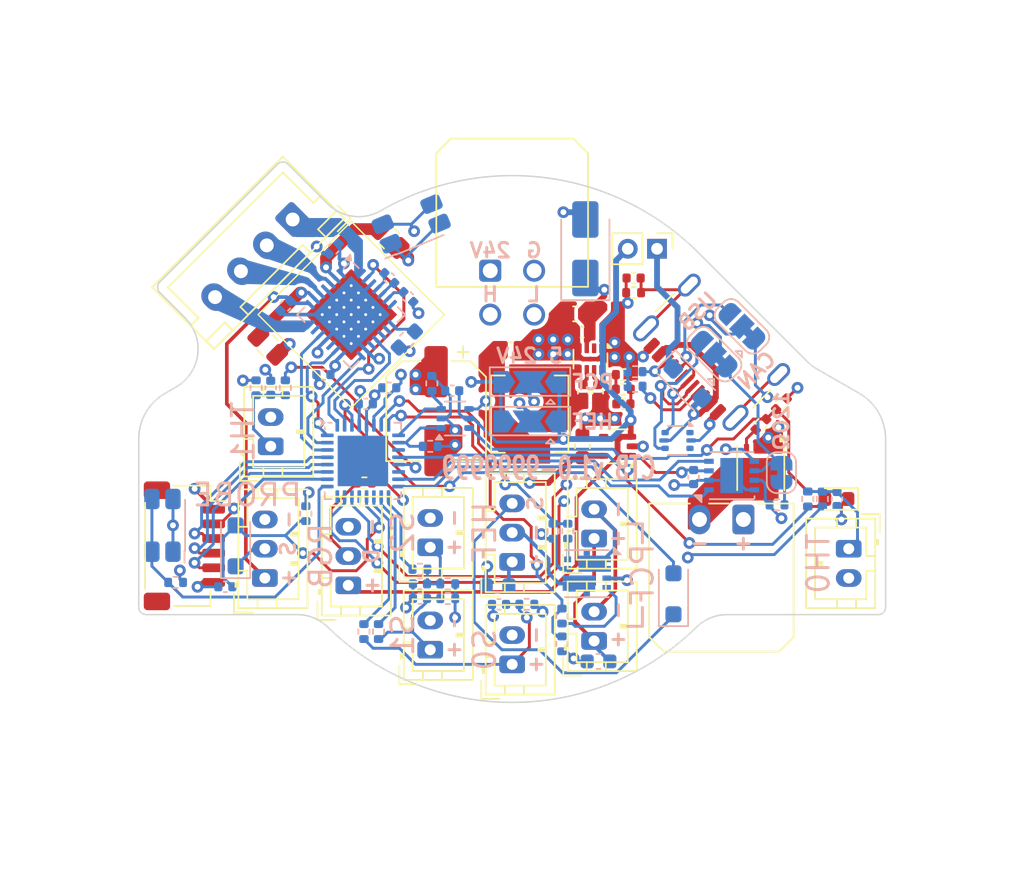
<source format=kicad_pcb>
(kicad_pcb (version 20240108) (generator "pcbnew") (generator_version "8.0")
  (layers (0 "F.Cu" signal) (1 "In1.Cu" power) (2 "In2.Cu" mixed) (31 "B.Cu" signal) (34 "B.Paste" user) (35 "F.Paste" user) (36 "B.SilkS" user "B.Silkscreen") (37 "F.SilkS" user "F.Silkscreen") (38 "B.Mask" user) (39 "F.Mask" user) (44 "Edge.Cuts" user))
  (net 0 "")
  (net 1 "+24V")
  (net 2 "GND")
  (net 3 "Net-(D1-K)")
  (net 4 "Net-(U1-SS)")
  (net 5 "Net-(U1-BST)")
  (net 6 "Net-(U1-SW)")
  (net 7 "+5V")
  (net 8 "Net-(U1-FB)")
  (net 9 "+3V3")
  (net 10 "Net-(J2-SHIELD)")
  (net 11 "Net-(J10-Pin_1)")
  (net 12 "Net-(D2-K)")
  (net 13 "CANH")
  (net 14 "CANL")
  (net 15 "USB_D+")
  (net 16 "USB_D-")
  (net 19 "Net-(J4-Pin_2)")
  (net 20 "Net-(J6-Pin_2)")
  (net 21 "Net-(J8-Pin_2)")
  (net 22 "Net-(J9-Pin_1)")
  (net 23 "Net-(J9-Pin_2)")
  (net 24 "Net-(J9-Pin_3)")
  (net 25 "Net-(J9-Pin_4)")
  (net 27 "PROBE")
  (net 28 "/D+")
  (net 29 "/D-")
  (net 30 "Net-(J12-Pin_1)")
  (net 31 "HE")
  (net 32 "Net-(U6-5VOUT)")
  (net 33 "Net-(J14-Pin_1)")
  (net 34 "RGB")
  (net 35 "Net-(U6-VCP)")
  (net 36 "TH0")
  (net 37 "TH1")
  (net 38 "Net-(Q1A-G)")
  (net 40 "MOT_UART")
  (net 41 "Net-(Q1B-G)")
  (net 42 "STP2")
  (net 43 "STP1")
  (net 44 "STP0")
  (net 45 "MOT_DIAG")
  (net 46 "MOT_STEP")
  (net 47 "MOT_DIR")
  (net 48 "MOT_~{EN}")
  (net 49 "Net-(U6-CPI)")
  (net 50 "Net-(U6-CPO)")
  (net 51 "Net-(J13-Pin_1)")
  (net 52 "Net-(Q2-G)")
  (net 53 "Net-(U6-BRB)")
  (net 54 "Net-(U6-BRA)")
  (net 63 "Net-(D3-A)")
  (net 64 "Net-(D4-K)")
  (net 65 "Net-(D5-K)")
  (net 66 "Net-(R13-Pad1)")
  (net 67 "Net-(R17-Pad2)")
  (net 68 "Net-(J7-Pin_2)")
  (net 70 "Net-(JP1-B)")
  (net 71 "Net-(J11-Pin_1)")
  (net 72 "VBUS")
  (net 75 "/Outputs/HEFAN_PWR")
  (net 76 "/Outputs/PCFAN_PWR")
  (net 77 "HEFAN_SENSE")
  (net 78 "PCFAN")
  (net 79 "HEFAN")
  (net 80 "/~{RST}")
  (net 81 "/MISO")
  (net 82 "/~{SS}")
  (net 83 "/SCK")
  (net 84 "/MOSI")
  (net 85 "/BOOT0")
  (net 86 "/CAN_TX")
  (net 87 "/CAN_RX")
  (net 88 "/SWDIO")
  (net 89 "Net-(J2-CC2)")
  (net 90 "Net-(J2-CC1)")
  (footprint "Inductor_SMD:L_Vishay_IHLP-2020" (layer "F.Cu") (at 101.2 98.3 -90)
    (property "Reference" "L1" (hide yes))
    (property "Value" "3u3")
  )
  (footprint "Resistor_SMD:R_0805_2012Metric" (layer "F.Cu") (at 91.6 86.3 -45)
    (property "Reference" "R18" (hide yes))
    (property "Value" "0R11")
  )
  (footprint "Connector_Molex:Molex_Micro-Fit_3.0_43045-0400_2x02_P3.00mm_Horizontal" (layer "F.Cu") (at 98.5 88.5)
    (property "Reference" "J1" (hide yes))
    (property "Value" "MF3-2x2P")
  )
  (footprint "Package_TO_SOT_SMD:SOT-353_SC-70-5" (layer "F.Cu") (at 107.2 100.5 180)
    (property "Reference" "U2" (hide yes))
    (property "Value" "MIC5365-3.3YC5")
  )
  (footprint "Resistor_SMD:R_0402_1005Metric" (layer "F.Cu") (at 107.6 96.6 180)
    (property "Reference" "R2" (hide yes))
    (property "Value" "52K3")
  )
  (footprint "Capacitor_SMD:C_0402_1005Metric" (layer "F.Cu") (at 104.85 96.79 -90)
    (property "Reference" "C5" (hide yes))
    (property "Value" "0u1")
  )
  (footprint "Resistor_SMD:R_0402_1005Metric" (layer "F.Cu") (at 117 99 -135)
    (property "Reference" "R15" (hide yes))
    (property "Value" "10R")
  )
  (footprint "Package_TO_SOT_SMD:SOT-583-8" (layer "F.Cu") (at 105.35 94.54 -90)
    (property "Reference" "U1" (hide yes))
    (property "Value" "TPS62933")
  )
  (footprint "Connector_JST:JST_PH_B2B-PH-K_1x02_P2.00mm_Vertical" (layer "F.Cu") (at 94.4 107.4 90)
    (property "Reference" "J14" (hide yes))
    (property "Value" "PH-2P")
  )
  (footprint "Connector_JST:JST_PH_B2B-PH-K_1x02_P2.00mm_Vertical" (layer "F.Cu") (at 94.4 114.4 90)
    (property "Reference" "J12" (hide yes))
    (property "Value" "PH-2P")
  )
  (footprint "Resistor_SMD:R_0402_1005Metric" (layer "F.Cu") (at 118.4 97.6 45)
    (property "Reference" "R14" (hide yes))
    (property "Value" "22K")
  )
  (footprint "Connector_JST:JST_PH_B2B-PH-K_1x02_P2.00mm_Vertical" (layer "F.Cu") (at 105.6 113.8 90)
    (property "Reference" "J5" (hide yes))
    (property "Value" "PH-2P")
  )
  (footprint "MountingHole:MountingHole_3.2mm_M3_ISO7380" (layer "F.Cu") (at 121.92 100)
    (property "Reference" "H2" (hide yes))
    (property "Value" "MountingHole")
  )
  (footprint "Connector_JST:JST_XH_B4B-XH-A_1x04_P2.50mm_Vertical" (layer "F.Cu") (at 85 85 -135)
    (property "Reference" "J9" (hide yes))
    (property "Value" "XH-4P")
  )
  (footprint "Capacitor_SMD:C_0603_1608Metric" (layer "F.Cu") (at 104.3 91.45 180)
    (property "Reference" "C2" (hide yes))
    (property "Value" "10u/35V")
  )
  (footprint "Capacitor_SMD:C_0402_1005Metric" (layer "F.Cu") (at 104.78 92.7 180)
    (property "Reference" "C3" (hide yes))
    (property "Value" "0u1")
  )
  (footprint "Capacitor_SMD:C_0402_1005Metric" (layer "F.Cu") (at 107.6 97.6 180)
    (property "Reference" "C6" (hide yes))
    (property "Value" "47p")
  )
  (footprint "Resistor_SMD:R_0402_1005Metric" (layer "F.Cu") (at 107.6 95.6)
    (property "Reference" "R3" (hide yes))
    (property "Value" "10K")
  )
  (footprint "MountingHole:MountingHole_3.2mm_M3_ISO7380" (layer "F.Cu") (at 78.08 100)
    (property "Reference" "H1" (hide yes))
    (property "Value" "MountingHole")
  )
  (footprint "LED_SMD:LED_0603_1608Metric" (layer "F.Cu") (at 122.16 104.1 180)
    (property "Reference" "D3" (hide yes))
    (property "Value" "Red")
  )
  (footprint "Capacitor_SMD:C_0402_1005Metric" (layer "F.Cu") (at 108.3 89 180)
    (property "Reference" "C9" (hide yes))
    (property "Value" "10n")
  )
  (footprint "Capacitor_SMD:C_0603_1608Metric" (layer "F.Cu") (at 104.8 100.5 -90)
    (property "Reference" "C8" (hide yes))
    (property "Value" "4u7")
  )
  (footprint "Resistor_SMD:R_0402_1005Metric" (layer "F.Cu") (at 120.2 104.1 -90)
    (property "Reference" "R13" (hide yes))
    (property "Value" "1K")
  )
  (footprint "Connector_JST:JST_SH_SM06B-SRSS-TB_1x06-1MP_P1.00mm_Horizontal" (layer "F.Cu") (at 77.6 107.3 -90)
    (property "Reference" "J3" (hide yes))
    (property "Value" "SH-6P")
  )
  (footprint "Connector_JST:JST_PH_B3B-PH-K_1x03_P2.00mm_Vertical" (layer "F.Cu") (at 83.1 109.5 90)
    (property "Reference" "J15" (hide yes))
    (property "Value" "PH-3P")
  )
  (footprint "Connector_JST:JST_PH_B2B-PH-K_1x02_P2.00mm_Vertical" (layer "F.Cu") (at 100 115.4 90)
    (property "Reference" "J10" (hide yes))
    (property "Value" "PH-2P")
  )
  (footprint "Capacitor_SMD:CP_Elec_6.3x7.7" (layer "F.Cu") (at 94.8 98.1 -90)
    (property "Reference" "C1" (hide yes))
    (property "Value" "100u/35V")
  )
  (footprint "Resistor_SMD:R_0402_1005Metric" (layer "F.Cu") (at 89.9 103)
    (property "Reference" "R17" (hide yes))
    (property "Value" "100R")
  )
  (footprint "Connector_JST:JST_PH_B3B-PH-K_1x03_P2.00mm_Vertical" (layer "F.Cu") (at 88.8 110 90)
    (property "Reference" "J8" (hide yes))
    (property "Value" "PH-3P")
  )
  (footprint "can-toolhead-board:AO_DFN-8-1EP_3x3mm_P0.65mm_EP1.75x2.35mm" (layer "F.Cu") (at 116.9875 102 -90)
    (property "Reference" "Q2" (hide yes))
    (property "Value" "AON7524")
  )
  (footprint "Connector_JST:JST_PH_B2B-PH-K_1x02_P2.00mm_Vertical" (layer "F.Cu") (at 83.5 100.5 90)
    (property "Reference" "J13" (hide yes))
    (property "Value" "PH-2P")
  )
  (footprint "Capacitor_SMD:C_0402_1005Metric" (layer "F.Cu") (at 105.85 96.79 90)
    (property "Reference" "C4" (hide yes))
    (property "Value" "33n")
  )
  (footprint "can-toolhead-board:Heatsink_9x9mm" (layer "F.Cu") (at 89 91.5 45)
    (property "Reference" "HS1" (hide yes))
    (property "Value" "Heatsink")
  )
  (footprint "Connector_JST:JST_PH_B3B-PH-K_1x03_P2.00mm_Vertical" (layer "F.Cu") (at 100 108.4 90)
    (property "Reference" "J6" (hide yes))
    (property "Value" "PH-3P")
  )
  (footprint "Resistor_SMD:R_0402_1005Metric" (layer "F.Cu") (at 108.3 90 180)
    (property "Reference" "R4" (hide yes))
    (property "Value" "1M")
  )
  (footprint "Connector_USB:USB_C_Receptacle_GCT_USB4105-xx-A_16P_TopMnt_Horizontal" (layer "F.Cu") (at 114.4 93.3 135)
    (property "Reference" "J2" (hide yes))
    (property "Value" "USB_C_Receptacle_USB2.0")
  )
  (footprint "Connector_PinHeader_2.00mm:PinHeader_1x02_P2.00mm_Vertical" (layer "F.Cu") (at 109.9 87 -90)
    (property "Reference" "JP2" (hide yes))
    (property "Value" "Jumper_2_Open")
  )
  (footprint "Connector_JST:JST_PH_B2B-PH-K_1x02_P2.00mm_Vertical" (layer "F.Cu") (at 105.6 106.8 90)
    (property "Reference" "J4" (hide yes))
    (property "Value" "PH-2P")
  )
  (footprint "Capacitor_SMD:C_0603_1608Metric" (layer "F.Cu") (at 99.9 93.9)
    (property "Reference" "C7" (hide yes))
    (property "Value" "22u/10V")
  )
  (footprint "Connector_Molex:Molex_Micro-Fit_3.0_43650-0200_1x02_P3.00mm_Horizontal" (layer "F.Cu") (at 115.8 105.5 180)
    (property "Reference" "J7" (hide yes))
    (property "Value" "MF3-2P")
  )
  (footprint "Connector_JST:JST_PH_B2B-PH-K_1x02_P2.00mm_Vertical" (layer "F.Cu") (at 123 107.5 -90)
    (property "Reference" "J11" (hide yes))
    (property "Value" "PH-2P")
  )
  (footprint "Resistor_SMD:R_0805_2012Metric" (layer "F.Cu") (at 83.3 93.6 -45)
    (property "Reference" "R19" (hide yes))
    (property "Value" "0R11")
  )
  (footprint "Capacitor_SMD:C_0402_1005Metric" (layer "B.Cu") (at 90 97.6)
    (property "Reference" "C12" (hide yes))
    (property "Value" "0u1")
  )
  (footprint "Resistor_SMD:R_0402_1005Metric" (layer "B.Cu") (at 85.9 105.1 -90)
    (property "Reference" "R30" (hide yes))
    (property "Value" "10K")
  )
  (footprint "Diode_SMD:D_SOD-123F" (layer "B.Cu") (at 81.1 107.3 90)
    (property "Reference" "D5" (hide yes))
    (property "Value" "DSS14")
  )
  (footprint "Capacitor_SMD:C_0603_1608Metric" (layer "B.Cu") (at 99 110 180)
    (property "Reference" "C13" (hide yes))
    (property "Value" "4u7")
  )
  (footprint "can-toolhead-board:AO_DFN-8-2EP_3x3mm_P0.65mm_EP1.75x1mm" (layer "B.Cu") (at 105.1 109.2 180)
    (property "Reference" "Q1" (hide yes))
    (property "Value" "AON7804")
  )
  (footprint "Resistor_SMD:R_0402_1005Metric" (layer "B.Cu") (at 103.4 114 -90)
    (property "Reference" "R10" (hide yes))
    (property "Value" "22K")
  )
  (footprint "Package_TO_SOT_SMD:SOT-363_SC-70-6" (layer "B.Cu") (at 96.1 98.6)
    (property "Reference" "U5" (hide yes))
    (property "Value" "74LVC2G17")
  )
  (footprint "Jumper:SolderJumper-3_P2.0mm_Open_TrianglePad1.0x1.5mm" (layer "B.Cu") (at 101.22 98.8 180)
    (property "Reference" "JP4" (hide yes))
    (property "Value" "Jumper_3_Open")
  )
  (footprint "Resistor_SMD:R_0402_1005Metric" (layer "B.Cu") (at 102.8 106.3 -90)
    (property "Reference" "R9" (hide yes))
    (property "Value" "22K")
  )
  (footprint "Resistor_SMD:R_0402_1005Metric" (layer "B.Cu") (at 95.6 109.9 180)
    (property "Reference" "R28" (hide yes))
    (property "Value" "10K")
  )
  (footprint "Capacitor_SMD:C_0402_1005Metric" (layer "B.Cu") (at 93.7 110.9 180)
    (property "Reference" "C24" (hide yes))
    (property "Value" "10n")
  )
  (footprint "Resistor_SMD:R_0402_1005Metric" (layer "B.Cu") (at 84.5 96.5 90)
    (property "Reference" "R27" (hide yes))
    (property "Value" "10K")
  )
  (footprint "Jumper:SolderJumper-3_P2.0mm_Open_TrianglePad1.0x1.5mm" (layer "B.Cu") (at 101.22 96.1 180)
    (property "Reference" "JP3" (hide yes))
    (property "Value" "Jumper_3_Open")
  )
  (footprint "Resistor_SMD:R_0402_1005Metric" (layer "B.Cu") (at 120.2 104.1 -90)
    (property "Reference" "R23" (hide yes))
    (property "Value" "10K")
  )
  (footprint "Resistor_SMD:R_0402_1005Metric" (layer "B.Cu") (at 121.2 104.1 90)
    (property "Reference" "R22" (hide yes))
    (property "Value" "2K2 0.1%")
  )
  (footprint "Package_DFN_QFN:QFN-32-1EP_5x5mm_P0.5mm_EP3.45x3.45mm" (layer "B.Cu") (at 89.8 101.5 -90)
    (property "Reference" "U4" (hide yes))
    (property "Value" "STM32G0B1KBU6")
  )
  (footprint "Capacitor_SMD:C_0402_1005Metric" (layer "B.Cu") (at 93.7 109.9 180)
    (property "Reference" "C26" (hide yes))
    (property "Value" "10n")
  )
  (footprint "Capacitor_SMD:C_0603_1608Metric" (layer "B.Cu") (at 105.9 115.2 180)
    (property "Reference" "C14" (hide yes))
    (property "Value" "4u7")
  )
  (footprint "Capacitor_SMD:C_0402_1005Metric" (layer "B.Cu") (at 92.9 90.3 -45)
    (property "Reference" "C16" (hide yes))
    (property "Value" "0u1")
  )
  (footprint "Package_TO_SOT_SMD:SOT-666" (layer "B.Cu") (at 111.3025 100.1 180)
    (property "Reference" "U7" (hide yes))
    (property "Value" "USBLC6-2P6")
  )
  (footprint "Resistor_SMD:R_0402_1005Metric" (layer "B.Cu") (at 108.4 96.4 180)
    (property "Reference" "R5" (hide yes))
    (property "Value" "5K1")
  )
  (footprint "Capacitor_SMD:C_0402_1005Metric" (layer "B.Cu") (at 87.8 87 45)
    (property "Reference" "C18" (hide yes))
    (property "Value" "0u1")
  )
  (footprint "Capacitor_SMD:C_0402_1005Metric" (layer "B.Cu") (at 122.2 104.1 -90)
    (property "Reference" "C23" (hide yes))
    (property "Value" "0u1")
  )
  (footprint "Diode_SMD:D_SOD-123F" (layer "B.Cu") (at 112 96.2 -45)
    (property "Reference" "D2" (hide yes))
    (property "Value" "DSS14")
  )
  (footprint "Package_DFN_QFN:QFN-28-1EP_5x5mm_P0.5mm_EP3.75x3.75mm_ThermalVias" (layer "B.Cu") (at 89 91.5 -135)
    (property "Reference" "U6" (hide yes))
    (property "Value" "TMC2209-LA")
  )
  (footprint "Resistor_SMD:R_0402_1005Metric" (layer "B.Cu") (at 89.87 113.16 90)
    (property "Reference" "R21" (hide yes))
    (property "Value" "1K")
  )
  (footprint "Capacitor_SMD:C_0402_1005Metric" (layer "B.Cu") (at 99.1 111.3 180)
    (property "Reference" "C22" (hide yes))
    (property "Value" "10n")
  )
  (footprint "Resistor_SMD:R_0402_1005Metric" (layer "B.Cu") (at 103.8 106.3 -90)
    (property "Reference" "R11" (hide yes))
    (property "Value" "10R")
  )
  (footprint "Button_Switch_SMD:SW_SPST_EVQP7A" (layer "B.Cu") (at 76.1 105.9 90)
    (property "Reference" "SW2" (hide yes))
    (property "Value" "SW_Push")
  )
  (footprint "Resistor_SMD:R_0402_1005Metric" (layer "B.Cu") (at 82.5 96.5 -90)
    (property "Reference" "R25" (hide yes))
    (property "Value" "2K2 0.1%")
  )
  (footprint "Resistor_SMD:R_0402_1005Metric" (layer "B.Cu") (at 93.7 108.9 180)
    (property "Reference" "R29" (hide yes))
    (property "Value" "1K")
  )
  (footprint "Capacitor_SMD:C_0402_1005Metric" (layer "B.Cu") (at 87.1 95.6)
    (property "Reference" "C20" (hide yes))
    (property "Value" "0u1")
  )
  (footprint "Resistor_SMD:R_0402_1005Metric" (layer "B.Cu") (at 108.4 95.4 180)
    (property "Reference" "R6" (hide yes))
    (property "Value" "5K1")
  )
  (footprint "Capacitor_SMD:C_0402_1005Metric" (layer "B.Cu") (at 83.5 96.5 90)
    (property "Reference" "C25" (hide yes))
    (property "Value" "0u1")
  )
  (footprint "Capacitor_SMD:C_0402_1005Metric" (layer "B.Cu") (at 95.9 96.7 180)
    (property "Reference" "C21" (hide yes))
    (property "Value" "0u1")
  )
  (footprint "Capacitor_SMD:C_0603_1608Metric" (layer "B.Cu") (at 92.8 93.2 -135)
    (property "Reference" "C15" (hide yes))
    (property "Value" "4u7")
  )
  (footprint "Button_Switch_SMD:SW_SPST_EVQP7A" (layer "B.Cu") (at 93.1 85.3 22.5)
    (property "Reference" "SW1" (hide yes))
    (property "Value" "SW_Push")
  )
  (footprint "Resistor_SMD:R_0402_1005Metric" (layer "B.Cu") (at 95.6 110.9 180)
    (property "Reference" "R24" (hide yes))
    (property "Value" "10K")
  )
  (footprint "Package_DFN_QFN:DFN-8-1EP_3x3mm_P0.65mm_EP1.55x2.4mm" (layer "B.Cu") (at 115 102.5)
    (property "Reference" "U3" (hide yes))
    (property "Value" "TJA1051TK-3")
  )
  (footprint "Resistor_SMD:R_0402_1005Metric" (layer "B.Cu") (at 118.1 104.5)
    (property "Reference" "R1" (hide yes))
    (property "Value" "120R")
  )
  (footprint "Jumper:SolderJumper-3_P1.3mm_Bridged12_RoundedPad1.0x1.5mm" (layer "B.Cu") (at 115.7 92.3 135)
    (property "Reference" "JP5" (hide yes))
    (property "Value" "SolderJumper_3_Bridged12")
  )
  (footprint "Diode_SMD:D_SMA" (layer "B.Cu") (at 105 87 90)
    (property "Reference" "D1" (hide yes))
    (property "Value" "SS34")
  )
  (footprint "Resistor_SMD:R_0402_1005Metric" (layer "B.Cu") (at 77 109.8)
    (property "Reference" "R7" (hide yes))
    (property "Value" "10K")
  )
  (footprint "Resistor_SMD:R_0402_1005Metric" (layer "B.Cu") (at 101 111.3 180)
    (property "Reference" "R20" (hide yes))
    (property "Value" "10K")
  )
  (footprint "Resistor_SMD:R_0402_1005Metric" (layer "B.Cu") (at 94.51 96.2 90)
    (property "Reference" "R16" (hide yes))
    (property "Value" "10K")
  )
  (footprint "Resistor_SMD:R_0402_1005Metric" (layer "B.Cu") (at 90.87 113.16 90)
    (property "Reference" "R26" (hide yes))
    (property "Value" "1K")
  )
  (footprint "Capacitor_SMD:C_0402_1005Metric" (layer "B.Cu") (at 112.4 102.6 -90)
    (property "Reference" "C10" (hide yes))
    (property "Value" "0u1")
  )
  (footprint "Jumper:SolderJumper-2_P1.3mm_Bridged_RoundedPad1.0x1.5mm" (layer "B.Cu") (at 118.4 102.3 -90)
    (property "Reference" "JP1" (hide yes))
    (property "Value" "Jumper_2_Open")
  )
  (footprint "Capacitor_SMD:C_0402_1005Metric" (layer "B.Cu") (at 84.5 90.9 45)
    (property "Reference" "C19" (hide yes))
    (property "Value" "0u1")
  )
  (footprint "Resistor_SMD:R_0402_1005Metric" (layer "B.Cu") (at 94.4 100.5)
    (property "Reference" "R8" (hide yes))
    (property "Value" "10K")
  )
  (footprint "Capacitor_SMD:C_0402_1005Metric" (layer "B.Cu") (at 91.6 89 135)
    (property "Reference" "C17" (hide yes))
    (property "Value" "22n")
  )
  (footprint "Diode_SMD:D_SOD-123F" (layer "B.Cu") (at 111.0225 110.5775 90)
    (property "Reference" "D4" (hide yes))
    (property "Value" "DSS14")
  )
  (footprint "Resistor_SMD:R_0402_1005Metric" (layer "B.Cu") (at 103.4 112.1 -90)
    (property "Reference" "R12" (hide yes))
    (property "Value" "10R")
  )
  (footprint "Capacitor_SMD:C_0402_1005Metric" (layer "B.Cu") (at 91.6 96.5 180)
    (property "Reference" "C11" (hide yes))
    (property "Value" "0u1")
  )
  (footprint "Jumper:SolderJumper-3_P1.3mm_Bridged12_RoundedPad1.0x1.5mm" (layer "B.Cu") (at 113.8 94.2 135)
    (property "Reference" "JP6" (hide yes))
    (property "Value" "SolderJumper_3_Bridged12")
  )
  (footprint "Capacitor_SMD:C_0402_1005Metric" (layer "B.Cu") (at 80.4 110.1 180)
    (property "Reference" "C27" (hide yes))
    (property "Value" "10n")
  )
  (gr_poly (pts (xy 89 94.5) (xy 92 91.5) (xy 89 88.5) (xy 86 91.5)) (stroke (width 0.2)) (fill solid) (layer "F.Cu") (net 2))
  (gr_line (start 108.9 112.8) (end 107.9 112.8) (stroke (width 0.2)) (layer "B.SilkS"))
  (gr_line (start 108.9 111.5) (end 108.9 112.8) (stroke (width 0.2)) (layer "B.SilkS"))
  (gr_line (start 108.9 107.1) (end 108.9 105.8) (stroke (width 0.2)) (layer "B.SilkS"))
  (gr_line (start 108.9 105.8) (end 107.9 105.8) (stroke (width 0.2)) (layer "B.SilkS"))
  (gr_arc (start 75.913678 89.985103) (mid 75.767187 89.631535) (end 75.913678 89.277996) (stroke (width 0.1)) (layer "Edge.Cuts"))
  (gr_arc (start 77.655856 91.727281) (mid 78.508859 94.24018) (end 77.034535 96.446677) (stroke (width 0.1)) (layer "Edge.Cuts"))
  (gr_arc (start 74.48 100) (mid 74.962308 98.2) (end 76.28 96.882309) (stroke (width 0.1)) (layer "Edge.Cuts"))
  (gr_arc (start 125.52 111.5) (mid 125.373553 111.853553) (end 125.02 112) (stroke (width 0.1)) (layer "Edge.Cuts"))
  (gr_line (start 87.391953 83.92713) (end 84.681802 81.216979) (stroke (width 0.1)) (layer "Edge.Cuts"))
  (gr_arc (start 123.72 96.882309) (mid 125.037691 98.200001) (end 125.52 100.000001) (stroke (width 0.1)) (layer "Edge.Cuts"))
  (gr_arc (start 91.011377 84.40498) (mid 102.355982 82.154851) (end 112.727922 87.272078) (stroke (width 0.1)) (layer "Edge.Cuts"))
  (gr_line (start 77.034535 96.446677) (end 76.28 96.882309) (stroke (width 0.1)) (layer "Edge.Cuts"))
  (gr_arc (start 112.597376 112.857143) (mid 100 118) (end 87.402624 112.857143) (stroke (width 0.1)) (layer "Edge.Cuts"))
  (gr_line (start 125.52 111.5) (end 125.52 100.000001) (stroke (width 0.1)) (layer "Edge.Cuts"))
  (gr_arc (start 91.011377 84.40498) (mid 89.120617 84.779984) (end 87.391953 83.92713) (stroke (width 0.1)) (layer "Edge.Cuts"))
  (gr_arc (start 120.792557 95.192149) (mid 120.46627 94.974136) (end 120.171237 94.715393) (stroke (width 0.1)) (layer "Edge.Cuts"))
  (gr_line (start 74.98 112) (end 85.303062 112) (stroke (width 0.1)) (layer "Edge.Cuts"))
  (gr_line (start 120.171237 94.715393) (end 112.727922 87.272078) (stroke (width 0.1)) (layer "Edge.Cuts"))
  (gr_line (start 83.974695 81.216979) (end 75.913678 89.277996) (stroke (width 0.1)) (layer "Edge.Cuts"))
  (gr_arc (start 74.98 112) (mid 74.626447 111.853553) (end 74.48 111.5) (stroke (width 0.1)) (layer "Edge.Cuts"))
  (gr_line (start 123.72 96.882309) (end 120.792557 95.192149) (stroke (width 0.1)) (layer "Edge.Cuts"))
  (gr_line (start 75.913678 89.985103) (end 77.655856 91.727281) (stroke (width 0.1)) (layer "Edge.Cuts"))
  (gr_arc (start 83.974695 81.216979) (mid 84.328248 81.070532) (end 84.681802 81.216979) (stroke (width 0.1)) (layer "Edge.Cuts"))
  (gr_line (start 114.696938 112) (end 125.02 112) (stroke (width 0.1)) (layer "Edge.Cuts"))
  (gr_arc (start 85.303062 112) (mid 86.436963 112.222527) (end 87.402624 112.857143) (stroke (width 0.1)) (layer "Edge.Cuts"))
  (gr_arc (start 112.597376 112.857143) (mid 113.563047 112.222552) (end 114.696938 112) (stroke (width 0.1)) (layer "Edge.Cuts"))
  (gr_line (start 74.48 100) (end 74.48 111.5) (stroke (width 0.1)) (layer "Edge.Cuts"))
  (gr_text "-" (at 112.8 106.5 0) (layer "B.SilkS") (effects (font (size 1 1) (thickness 0.2) (bold yes)) (justify top mirror)))
  (gr_text "S" (at 101 104.4 90) (layer "B.SilkS") (effects (font (size 1 1) (thickness 0.2) (bold yes)) (justify top mirror)))
  (gr_text "-" (at 95.4 112.4 90) (layer "B.SilkS") (effects (font (size 1 1) (thickness 0.2) (bold yes)) (justify top mirror)))
  (gr_text "-" (at 106.6 104.8 90) (layer "B.SilkS") (effects (font (size 1 1) (thickness 0.2) (bold yes)) (justify top mirror)))
  (gr_text "+" (at 106.6 106.8 90) (layer "B.SilkS") (effects (font (size 1 1) (thickness 0.2) (bold yes)) (justify top mirror)))
  (gr_text "USB" (at 113.1 91.7 45) (layer "B.SilkS") (effects (font (size 1 1) (thickness 0.2) (bold yes)) (justify bottom mirror)))
  (gr_text "+" (at 95.4 107.4 90) (layer "B.SilkS") (effects (font (size 1 1) (thickness 0.2) (bold yes)) (justify top mirror)))
  (gr_text "TH0" (at 121.8 108.5 90) (layer "B.SilkS") (effects (font (size 1.5 1.5) (thickness 0.2) (bold yes)) (justify bottom mirror)))
  (gr_text "+" (at 95.4 114.4 90) (layer "B.SilkS") (effects (font (size 1 1) (thickness 0.2) (bold yes)) (justify top mirror)))
  (gr_text "S0" (at 99 114.4 90) (layer "B.SilkS") (effects (font (size 1.5 1.5) (thickness 0.2) (bold yes)) (justify bottom mirror)))
  (gr_text "HEF" (at 99 106.4 90) (layer "B.SilkS") (effects (font (size 1.5 1.5) (thickness 0.2) (bold yes)) (justify bottom mirror)))
  (gr_text "-" (at 106.6 111.7 90) (layer "B.SilkS") (effects (font (size 1 1) (thickness 0.2) (bold yes)) (justify top mirror)))
  (gr_text "S" (at 84.1 107.5 90) (layer "B.SilkS") (effects (font (size 1 1) (thickness 0.2) (bold yes)) (justify top mirror)))
  (gr_text "-" (at 101 106.4 90) (layer "B.SilkS") (effects (font (size 1 1) (thickness 0.2) (bold yes)) (justify top mirror)))
  (gr_text "CTB v1.0-9999999" (at 102.5 102 0) (layer "B.SilkS") (effects (font (size 1.5 1) (thickness 0.25) (bold yes)) (justify mirror)))
  (gr_text "24V" (at 98.8 94.9 0) (layer "B.SilkS") (effects (font (size 1 1) (thickness 0.2) (bold yes)) (justify right bottom mirror)))
  (gr_text "CAN" (at 116.3 94.9 45) (layer "B.SilkS") (effects (font (size 1 1) (thickness 0.2) (bold yes)) (justify top mirror)))
  (gr_text "+" (at 84.1 109.5 90) (layer "B.SilkS") (effects (font (size 1 1) (thickness 0.2) (bold yes)) (justify top mirror)))
  (gr_text "+" (at 106.6 113.7 90) (layer "B.SilkS") (effects (font (size 1 1) (thickness 0.2) (bold yes)) (justify top mirror)))
  (gr_text "L" (at 101.5 90.7 0) (layer "B.SilkS") (effects (font (size 1 1) (thickness 0.2) (bold yes)) (justify bottom mirror)))
  (gr_text "+" (at 115.8 106.5 0) (layer "B.SilkS") (effects (font (size 1 1) (thickness 0.2) (bold yes)) (justify top mirror)))
  (gr_text "H" (at 98.5 90.7 0) (layer "B.SilkS") (effects (font (size 1 1) (thickness 0.2) (bold yes)) (justify bottom mirror)))
  (gr_text "G" (at 101.5 87.7 0) (layer "B.SilkS") (effects (font (size 1 1) (thickness 0.2) (bold yes)) (justify bottom mirror)))
  (gr_text "PCF" (at 103.95 96.125 0) (layer "B.SilkS") (effects (font (size 1 1) (thickness 0.2) (bold yes)) (justify right mirror)))
  (gr_text "HEF" (at 103.95 98.825 0) (layer "B.SilkS") (effects (font (size 1 1) (thickness 0.2) (bold yes)) (justify right mirror)))
  (gr_text "S2" (at 93.4 106.4 90) (layer "B.SilkS") (effects (font (size 1.5 1.5) (thickness 0.2) (bold yes)) (justify bottom mirror)))
  (gr_text "-" (at 95.4 105.4 90) (layer "B.SilkS") (effects (font (size 1 1) (thickness 0.2) (bold yes)) (justify top mirror)))
  (gr_text "TH1" (at 82.5 99.5 90) (layer "B.SilkS") (effects (font (size 1.5 1.5) (thickness 0.2) (bold yes)) (justify bottom mirror)))
  (gr_text "PCF" (at 108.9 109.3 90) (layer "B.SilkS") (effects (font (size 1.5 1.5) (thickness 0.2) (bold yes)) (justify mirror)))
  (gr_text "24V" (at 98.5 87.7 0) (layer "B.SilkS") (effects (font (size 1 1) (thickness 0.2) (bold yes)) (justify bottom mirror)))
  (gr_text "-" (at 84.1 105.5 90) (layer "B.SilkS") (effects (font (size 1 1) (thickness 0.2) (bold yes)) (justify top mirror)))
  (gr_text "+" (at 101 108.4 90) (layer "B.SilkS") (effects (font (size 1 1) (thickness 0.2) (bold yes)) (justify top mirror)))
  (gr_text "+" (at 101 115.4 90) (layer "B.SilkS") (effects (font (size 1 1) (thickness 0.2) (bold yes)) (justify top mirror)))
  (gr_text "-" (at 101 113.4 90) (layer "B.SilkS") (effects (font (size 1 1) (thickness 0.2) (bold yes)) (justify top mirror)))
  (gr_text "D" (at 89.8 108 90) (layer "B.SilkS") (effects (font (size 1 1) (thickness 0.2) (bold yes)) (justify top mirror)))
  (gr_text "S1" (at 93.4 113.4 90) (layer "B.SilkS") (effects (font (size 1.5 1.5) (thickness 0.2) (bold yes)) (justify bottom mirror)))
  (gr_text "PROBE" (at 81.9 104.7 0) (layer "B.SilkS") (effects (font (size 1.5 1.5) (thickness 0.2) (bold yes)) (justify bottom mirror)))
  (gr_text "-" (at 89.8 106 90) (layer "B.SilkS") (effects (font (size 1 1) (thickness 0.2) (bold yes)) (justify top mirror)))
  (gr_text "RGB" (at 87.8 108 90) (layer "B.SilkS") (effects (font (size 1.5 1.5) (thickness 0.2) (bold yes)) (justify bottom mirror)))
  (gr_text "+" (at 89.8 110 90) (layer "B.SilkS") (effects (font (size 1 1) (thickness 0.2) (bold yes)) (justify top mirror)))
  (gr_text "120Ω" (at 118.4 100.9 90) (layer "B.SilkS") (effects (font (size 1 1) (thickness 0.2) (bold yes)) (justify right mirror)))
  (gr_text "5" (at 103.6 94.9 0) (layer "B.SilkS") (effects (font (size 1 1) (thickness 0.2) (bold yes)) (justify left bottom mirror)))
  (segment (start 80.500344 97.600344) (end 81.8 98.9) (width 0.25) (layer "F.Cu") (net 1))
  (segment (start 81.8 108.2) (end 83.1 109.5) (width 0.25) (layer "F.Cu") (net 1))
  (segment (start 83.7 90.3) (end 80.500344 93.499656) (width 0.25) (layer "F.Cu") (net 1))
  (segment (start 81.8 98.9) (end 81.8 108.2) (width 0.25) (layer "F.Cu") (net 1))
  (segment (start 80.500344 93.499656) (end 80.500344 97.600344) (width 0.25) (layer "F.Cu") (net 1))
  (via (at 88.5 88) (size 0.8) (drill 0.4) (layers "F.Cu" "B.Cu") (net 1))
  (via (at 93.4 96.6) (size 0.8) (drill 0.4) (layers "F.Cu" "B.Cu") (net 1))
  (via (at 103.5 84.5) (size 0.8) (drill 0.4) (layers "F.Cu" "B.Cu") (net 1))
  (via (at 97.2 96.1) (size 0.8) (drill 0.4) (layers "F.Cu" "B.Cu") (net 1))
  (via (at 93.4 95.6) (size 0.8) (drill 0.4) (layers "F.Cu" "B.Cu") (net 1))
  (via (at 93.6 91.4) (size 0.8) (drill 0.4) (layers "F.Cu" "B.Cu") (net 1))
  (via (at 83.7 90.3) (size 0.8) (drill 0.4) (layers "F.Cu" "B.Cu") (net 1))
  (segment (start 88.2 87.7) (end 88.2 86.721178) (width 0.25) (layer "B.Cu") (net 1))
  (segment (start 88.3 88.678679) (end 88.31941 88.698089) (width 0.25) (layer "B.Cu") (net 1))
  (segment (start 104.5 84.5) (end 105 85) (width 0.4) (layer "B.Cu") (net 1))
  (segment (start 99.22 96.1) (end 97.2 96.1) (width 0.25) (layer "B.Cu") (net 1))
  (segment (start 88.3 88.2) (end 88.3 88.678679) (width 0.25) (layer "B.Cu") (net 1))
  (segment (start 88.2 86.721178) (end 88.139411 86.660589) (width 0.25) (layer "B.Cu") (net 1))
  (segment (start 93.239411 90.639411) (end 93.239411 91.039411) (width 0.2) (layer "B.Cu") (net 1))
  (segment (start 103.5 84.5) (end 104.5 84.5) (width 0.4) (layer "B.Cu") (net 1))
  (segment (start 83.7 90.3) (end 84.578822 90.3) (width 0.25) (layer "B.Cu") (net 1))
  (segment (start 86.103679 90.725) (end 85.003822 90.725) (width 0.25) (layer "B.Cu") (net 1))
  (segment (start 84.578822 90.3) (end 84.839411 90.560589) (width 0.25) (layer "B.Cu") (net 1))
  (segment (start 86.198089 90.81941) (end 86.103679 90.725) (width 0.25) (layer "B.Cu") (net 1))
  (segment (start 93.239411 91.039411) (end 93.6 91.4) (width 0.2) (layer "B.Cu") (net 1))
  (segment (start 88.5 88) (end 88.2 87.7) (width 0.25) (layer "B.Cu") (net 1))
  (segment (start 85.003822 90.725) (end 84.839411 90.560589) (width 0.25) (layer "B.Cu") (net 1))
  (segment (start 99.22 96.1) (end 99.22 98.8) (width 0.25) (layer "B.Cu") (net 1))
  (segment (start 88.5 88) (end 88.3 88.2) (width 0.25) (layer "B.Cu") (net 1))
  (segment (start 108.94209 94.368112) (end 109.046968 94.263234) (width 0.4) (layer "F.Cu") (net 2))
  (segment (start 113.5 99) (end 113.5 98.725484) (width 0.4) (layer "F.Cu") (net 2))
  (segment (start 107.9 90.7) (end 107.79 90.59) (width 0.2) (layer "F.Cu") (net 2))
  (segment (start 122.5 105.5) (end 122.5 104.5475) (width 0.2) (layer "F.Cu") (net 2))
  (segment (start 107.79 89.03) (end 107.82 89) (width 0.2) (layer "F.Cu") (net 2))
  (segment (start 108.941444 100.513556) (end 108.927888 100.5) (width 0.4) (layer "F.Cu") (net 2))
  (segment (start 92.9 87.6) (end 92.9 87.799994) (width 0.8) (layer "F.Cu") (net 2))
  (segment (start 107.79 90.59) (end 107.79 90) (width 0.2) (layer "F.Cu") (net 2))
  (segment (start 84.69047 93.5) (end 83.945235 94.245235) (width 0.8) (layer "F.Cu") (net 2))
  (segment (start 113.5 98.725484) (end 114.060589 98.164895) (width 0.4) (layer "F.Cu") (net 2))
  (segment (start 84.8 93.5) (end 84.69047 93.5) (width 0.8) (layer "F.Cu") (net 2))
  (segment (start 109.046968 94.263234) (end 109.046968 94.153032) (width 0.4) (layer "F.Cu") (net 2))
  (segment (start 104.8 99.725) (end 104.8 98.8) (width 0.4) (layer "F.Cu") (net 2))
  (segment (start 78.5 110.1) (end 78.8 109.8) (width 0.25) (layer "F.Cu") (net 2))
  (segment (start 122.5 104.5475) (end 122.9475 104.1) (width 0.2) (layer "F.Cu") (net 2))
  (segment (start 78.8 109.8) (end 79.6 109.8) (width 0.25) (layer "F.Cu") (net 2))
  (segment (start 104.8 98.8) (end 105 98.6) (width 0.4) (layer "F.Cu") (net 2))
  (segment (start 92.245235 86.945235) (end 92.9 87.6) (width 0.8) (layer "F.Cu") (net 2))
  (segment (start 109.046968 94.153032) (end 109.5 93.7) (width 0.4) (layer "F.Cu") (net 2))
  (segment (start 118.760624 97.239376) (end 119.5 96.5) (width 0.2) (layer "F.Cu") (net 2))
  (segment (start 108.927888 100.5) (end 108.15 100.5) (width 0.4) (layer "F.Cu") (net 2))
  (segment (start 107.79 90) (end 107.79 89.03) (width 0.2) (layer "F.Cu") (net 2))
  (via (at 102 106.5) (size 0.8) (drill 0.4) (layers "F.Cu" "B.Cu") (net 2))
  (via (at 86.642893 86.842893) (size 0.8) (drill 0.4) (layers "F.Cu" "B.Cu") (net 2))
  (via (at 107 94.4) (size 0.8) (drill 0.4) (layers "F.Cu" "B.Cu") (net 2))
  (via (at 106 98.6) (size 0.8) (drill 0.4) (layers "F.Cu" "B.Cu") (net 2))
  (via (at 78.5 110.1) (size 0.8) (drill 0.4) (layers "F.Cu" "B.Cu") (net 2))
  (via (at 84.8 93.5) (size 0.8) (drill 0.4) (layers "F.Cu" "B.Cu") (net 2))
  (via (at 96.1 99.4) (size 0.8) (drill 0.4) (layers "F.Cu" "B.Cu") (net 2))
  (via (at 93 94) (size 0.8) (drill 0.4) (layers "F.Cu" "B.Cu") (net 2))
  (via (at 76.82 105.9) (size 0.8) (drill 0.4) (layers "F.Cu" "B.Cu") (net 2))
  (via (at 86.85 96.25) (size 0.8) (drill 0.4) (layers "F.Cu" "B.Cu") (net 2))
  (via (at 90.912345 94.512345) (size 0.8) (drill 0.4) (layers "F.Cu" "B.Cu") (net 2))
  (via (at 107 98.6) (size 0.8) (drill 0.4) (layers "F.Cu" "B.Cu") (net 2))
  (via (at 103.8 93.2) (size 0.8) (drill 0.4) (layers "F.Cu" "B.Cu") (net 2))
  (via (at 92.9 87.799994) (size 0.8) (drill 0.4) (layers "F.Cu" "B.Cu") (net 2))
  (via (at 98.7 112.1) (size 0.8) (drill 0.4) (layers "F.Cu" "B.Cu") (net 2))
  (via (at 86.7 94.1) (size 0.8) (drill 0.4) (layers "F.Cu" "B.Cu") (net 2))
  (via (at 117.5 99.9) (size 0.8) (drill 0.4) (layers "F.Cu" "B.Cu") (net 2))
  (via (at 107.9 90.7) (size 0.8) (drill 0.4) (layers "F.Cu" "B.Cu") (net 2))
  (via (at 118.2 99.2) (size 0.8) (drill 0.4) (layers "F.Cu" "B.Cu") (net 2))
  (via (at 102.8 93.2) (size 0.8) (drill 0.4) (layers "F.Cu" "B.Cu") (net 2))
  (via (at 108.94209 94.368112) (size 0.8) (drill 0.4) (layers "F.Cu" "B.Cu") (net 2))
  (via (at 111.07327 103.144712) (size 0.8) (drill 0.4) (layers "F.Cu" "B.Cu") (net 2))
  (via (at 119.5 96.5) (size 0.8) (drill 0.4) (layers "F.Cu" "B.Cu") (net 2))
  (via (at 107 93.4) (size 0.8) (drill 0.4) (layers "F.Cu" "B.Cu") (net 2))
  (via (at 122.5 105.5) (size 0.8) (drill 0.4) (layers "F.Cu" "B.Cu") (net 2))
  (via (at 113.5 99) (size 0.8) (drill 0.4) (layers "F.Cu" "B.Cu") (net 2))
  (via (at 92.74452 111.517737) (size 0.8) (drill 0.4) (layers "F.Cu" "B.Cu") (net 2))
  (via (at 90.605025 97.005025) (size 0.8) (drill 0.4) (layers "F.Cu" "B.Cu") (net 2))
  (via (at 103.8 94.2) (size 0.8) (drill 0.4) (layers "F.Cu" "B.Cu") (net 2))
  (via (at 96.1 100.4) (size 0.8) (drill 0.4) (layers "F.Cu" "B.Cu") (net 2))
  (via (at 101.8 94.2) (size 0.8) (drill 0.4) (layers "F.Cu" "B.Cu") (net 2))
  (via (at 98.3 108.7) (size 0.8) (drill 0.4) (layers "F.Cu" "B.Cu") (net 2))
  (via (at 102.8 94.2) (size 0.8) (drill 0.4) (layers "F.Cu" "B.Cu") (net 2))
  (via (at 105 98.6) (size 0.8) (drill 0.4) (layers "F.Cu" "B.Cu") (net 2))
  (via (at 104.2 115) (size 0.8) (drill 0.4) (layers "F.Cu" "B.Cu") (net 2))
  (via (at 108 94.4) (size 0.8) (drill 0.4) (layers "F.Cu" "B.Cu") (net 2))
  (via (at 83.127563 95.266941) (size 0.8) (drill 0.4) (layers "F.Cu" "B.Cu") (net 2))
  (via (at 108.941444 100.513556) (size 0.8) (drill 0.4) (layers "F.Cu" "B.Cu") (net 2))
  (via (at 107.85 109.65) (size 0.8) (drill 0.4) (layers "F.Cu" "B.Cu") (net 2))
  (via (at 101.8 93.2) (size 0.8) (drill 0.4) (layers "F.Cu" "B.Cu") (net 2))
  (segment (start 83.5 95.639378) (end 83.127563 95.266941) (width 0.2) (layer "B.Cu") (net 2))
  (segment (start 83.5 96.02) (end 83.5 95.639378) (width 0.2) (layer "B.Cu") (net 2))
  (segment (start 98.3 108.7) (end 98.225 108.775) (width 0.25) (layer "B.Cu") (net 2))
  (segment (start 104.2 115) (end 103.71 114.51) (width 0.2) (layer "B.Cu") (net 2))
  (segment (start 95.42 96.7) (end 95.42 96.6) (width 0.2) (layer "B.Cu") (net 2))
  (segment (start 90.48 97.13005) (end 90.48 97.6) (width 0.2) (layer "B.Cu") (net 2))
  (segment (start 91.11005 96.5) (end 91.12 96.5) (width 0.2) (layer "B.Cu") (net 2))
  (segment (start 107.85 109.65) (end 107.725 109.525) (width 0.25) (layer "B.Cu") (net 2))
  (segment (start 92.74452 111.37548) (end 93.22 110.9) (width 0.2) (layer "B.Cu") (net 2))
  (segment (start 94.91 100.5) (end 96 100.5) (width 0.2) (layer "B.Cu") (net 2))
  (segment (start 102.31 106.81) (end 102 106.5) (width 0.25) (layer "B.Cu") (net 2))
  (segment (start 115.975 103.475) (end 115 102.5) (width 0.2) (layer "B.Cu") (net 2))
  (segment (start 95.775 97.055) (end 95.775 98.299999) (width 0.2) (layer "B.Cu") (net 2))
  (segment (start 103.74 108.875) (end 103.3 108.875) (width 0.25) (layer "B.Cu") (net 2))
  (segment (start 112.655 102.825) (end 112.4 103.08) (width 0.2) (layer "B.Cu") (net 2))
  (segment (start 90.605025 97.005025) (end 91.11005 96.5) (width 0.2) (layer "B.Cu") (net 2))
  (segment (start 78.5 110.1) (end 79.92 110.1) (width 0.2) (layer "B.Cu") (net 2))
  (segment (start 90.605025 97.005025) (end 90.48 97.13005) (width 0.2) (layer "B.Cu") (net 2))
  (segment (start 113.45 102.825) (end 114.675 102.825) (width 0.2) (layer "B.Cu") (net 2))
  (segment (start 107.89 95.4) (end 107.89 96.4) (width 0.2) (layer "B.Cu") (net 2))
  (segment (start 86.85 96.25) (end 86.62 96.02) (width 0.2) (layer "B.Cu") (net 2))
  (segment (start 112.335288 103.144712) (end 112.4 103.08) (width 0.2) (layer "B.Cu") (net 2))
  (segment (start 90.05 101.25) (end 89.8 101.5) (width 0.2) (layer "B.Cu") (net 2))
  (segment (start 86.62 96.02) (end 86.62 95.6) (width 0.2) (layer "B.Cu") (net 2))
  (segment (start 90.912345 94.512345) (end 90.598132 94.512345) (width 0.25) (layer "B.Cu") (net 2))
  (segment (start 92.9 87.414878) (end 92.9 87.799994) (width 0.2) (layer "B.Cu") (net 2))
  (segment (start 90.034144 93.948357) (end 89.494975 93.409188) (width 0.25) (layer "B.Cu") (net 2))
  (segment (start 92.748008 93.748008) (end 92.251992 93.748008) (width 0.2) (layer "B.Cu") (net 2))
  (segment (start 111.07327 103.144712) (end 112.335288 103.144712) (width 0.2) (layer "B.Cu") (net 2))
  (segment (start 103 108.575) (end 103 107.01) (width 0.25) (layer "B.Cu") (net 2))
  (segment (start 96 100.5) (end 96.1 100.4) (width 0.2) (layer "B.Cu") (net 2))
  (segment (start 91.712549 86.654024) (end 92.858519 87.799994) (width 0.2) (layer "B.Cu") (net 2))
  (segment (start 113.45 102.825) (end 112.655 102.825) (width 0.2) (layer "B.Cu") (net 2))
  (segment (start 90.05 99.0625) (end 90.05 101.25) (width 0.2) (layer "B.Cu") (net 2))
  (segment (start 86.7 94.1) (end 86.7 93.8) (width 0.25) (layer "B.Cu") (net 2))
  (segment (start 98.7 112.1) (end 98.7 111.38) (width 0.2) (layer "B.Cu") (net 2))
  (segment (start 104.2 115) (end 104.4 115.2) (width 0.25) (layer "B.Cu") (net 2))
  (segment (start 96.1 99.225001) (end 96.1 99.4) (width 0.2) (layer "B.Cu") (net 2))
  (segment (start 114.675 102.825) (end 115 102.5) (width 0.2) (layer "B.Cu") (net 2))
  (segment (start 112.2275 100.1) (end 112.8 100.1) (width 0.2) (layer "B.Cu") (net 2))
  (segment (start 102.8 106.81) (end 102.31 106.81) (width 0.25) (layer "B.Cu") (net 2))
  (segment (start 89.777817 90.015076) (end 89.494975 90.015076) (width 0.25) (layer "B.Cu") (net 2))
  (segment (start 84.160589 91.239411) (end 84.421178 91.5) (width 0.25) (layer "B.Cu") (net 2))
  (segment (start 90.387697 89.405196) (end 89.777817 90.015076) (width 0.25) (layer "B.Cu") (net 2))
  (segment (start 95.038515 85.276363) (end 92.9 87.414878) (width 0.2) (layer "B.Cu") (net 2))
  (segment (start 90.05 99.0625) (end 90.05 98.03) (width 0.2) (layer "B.Cu") (net 2))
  (segment (start 89.494975 93.409188) (end 89.494975 92.984924) (width 0.25) (layer "B.Cu") (net 2))
  (segment (start 98.7 111.38) (end 98.62 111.3) (width 0.2) (layer "B.Cu") (net 2))
  (segment (start 95.775 98.299999) (end 95.474999 98.6) (width 0.2) (layer "B.Cu") (net 2))
  (segment (start 93.22 109.9) (end 93.22 110.9) (width 0.2) (layer "B.Cu") (net 2))
  (segment (start 107.89 94.51) (end 108 94.4) (width 0.2) (layer "B.Cu") (net 2))
  (segment (start 95.42 96.6) (end 94.51 95.69) (width 0.2) (layer "B.Cu") (net 2))
  (segment (start 116.55 103.475) (end 115.975 103.475) (width 0.2) (layer "B.Cu") (net 2))
  (segment (start 104.4 115.2) (end 105.125 115.2) (width 0.25) (layer "B.Cu") (net 2))
  (segment (start 90.05 98.03) (end 90.48 97.6) (width 0.2) (layer "B.Cu") (net 2))
  (segment (start 112.8 100.1) (end 113.5 99.4) (width 0.2) (layer "B.Cu") (net 2))
  (segment (start 122.5 105.5) (end 122.5 104.88) (width 0.2) (layer "B.Cu") (net 2))
  (segment (start 87.139411 87.339411) (end 87.460589 87.339411) (width 0.25) (layer "B.Cu") (net 2))
  (segment (start 103.3 108.875) (end 103 108.575) (width 0.25) (layer "B.Cu") (net 2))
  (segment (start 84.421178 91.5) (end 87.020101 91.5) (width 0.25) (layer "B.Cu") (net 2))
  (segment (start 93 94) (end 92.748008 93.748008) (width 0.2) (layer "B.Cu") (net 2))
  (segment (start 86.642893 86.842893) (end 87.139411 87.339411) (width 0.25) (layer "B.Cu") (net 2))
  (segment (start 98.225 108.775) (end 98.225 110) (width 0.25) (layer "B.Cu") (net 2))
  (segment (start 76.82 105.9) (end 76.82 107.7) (width 0.2) (layer "B.Cu") (net 2))
  (segment (start 92.74452 111.517737) (end 92.74452 111.37548) (width 0.2) (layer "B.Cu") (net 2))
  (segment (start 95.474999 98.6) (end 96.1 99.225001) (width 0.2) (layer "B.Cu") (net 2))
  (segment (start 86.7 93.8) (end 87.25875 93.24125) (width 0.25) (layer "B.Cu") (net 2))
  (segment (start 95.42 96.7) (end 95.775 97.055) (width 0.2) (layer "B.Cu") (net 2))
  (segment (start 107.89 95.4) (end 107.89 94.51) (width 0.2) (layer "B.Cu") (net 2))
  (segment (start 107.725 109.525) (end 106.46 109.525) (width 0.25) (layer "B.Cu") (net 2))
  (segment (start 122.5 104.88) (end 122.2 104.58) (width 0.2) (layer "B.Cu") (net 2))
  (segment (start 90.598132 94.512345) (end 90.034144 93.948357) (width 0.25) (layer "B.Cu") (net 2))
  (segment (start 103 107.01) (end 102.8 106.81) (width 0.25) (layer "B.Cu") (net 2))
  (segment (start 87.25875 89.75875) (end 88.010051 90.510051) (width 0.25) (layer "B.Cu") (net 2))
  (segment (start 95.474999 98.6) (end 95.15 98.6) (width 0.2) (layer "B.Cu") (net 2))
  (segment (start 87.25875 93.24125) (end 88.010051 92.489949) (width 0.25) (layer "B.Cu") (net 2))
  (segment (start 92.858519 87.799994) (end 92.9 87.799994) (width 0.2) (layer "B.Cu") (net 2))
  (segment (start 103.71 114.51) (end 103.4 114.51) (width 0.2) (layer "B.Cu") (net 2))
  (segment (start 76.82 105.9) (end 76.82 104.1) (width 0.2) (layer "B.Cu") (net 2))
  (segment (start 113.5 99.4) (end 113.5 99) (width 0.2) (layer "B.Cu") (net 2))
  (segment (start 106.3 90.225) (end 105.075 91.45) (width 0.4) (layer "F.Cu") (net 3))
  (segment (start 106.3 89.8) (end 106.3 90.225) (width 0.4) (layer "F.Cu") (net 3))
  (via (at 106.3 89.8) (size 0.8) (drill 0.4) (layers "F.Cu" "B.Cu") (net 3))
  (segment (start 105 89.4) (end 105 89) (width 0.4) (layer "B.Cu") (net 3))
  (segment (start 106.3 89.8) (end 105.4 89.8) (width 0.4) (layer "B.Cu") (net 3))
  (segment (start 105.4 89.8) (end 105 89.4) (width 0.4) (layer "B.Cu") (net 3))
  (segment (start 105.6 95.8) (end 105.85 96.05) (width 0.25) (layer "F.Cu") (net 4))
  (segment (start 105.85 96.05) (end 105.85 96.31) (width 0.25) (layer "F.Cu") (net 4))
  (segment (start 105.6 95.28) (end 105.6 95.8) (width 0.25) (layer "F.Cu") (net 4))
  (segment (start 105.1 95.9) (end 105.1 95.28) (width 0.25) (layer "F.Cu") (net 5))
  (segment (start 104.85 96.15) (end 105.1 95.9) (width 0.25) (layer "F.Cu") (net 5))
  (segment (start 104.85 96.31) (end 104.85 96.15) (width 0.25) (layer "F.Cu") (net 5))
  (segment (start 88.8 110) (end 89.25 110.45) (width 0.25) (layer "F.Cu") (net 7))
  (segment (start 108.11 97.57) (end 108.08 97.6) (width 0.2) (layer "F.Cu") (net 7))
  (segment (start 107.45 99.85) (end 107.2 100.1) (width 0.4) (layer "F.Cu") (net 7))
  (segment (start 107.2 100.1) (end 107.2 100.9) (width 0.4) (layer "F.Cu") (net 7))
  (segment (start 109.786397 102.286397) (end 108.65 101.15) (width 0.2) (layer "F.Cu") (net 7))
  (segment (start 108.11 96.6) (end 108.11 97.57) (width 0.2) (layer "F.Cu") (net 7))
  (segment (start 108.1 99.8) (end 108.1 98.7) (width 0.4) (layer "F.Cu") (net 7))
  (segment (start 108.1 97.62) (end 108.08 97.6) (width 0.2) (layer "F.Cu") (net 7))
  (segment (start 89.25 110.45) (end 102.55 110.45) (width 0.25) (layer "F.Cu") (net 7))
  (segment (start 104.4 108.6) (end 104.4 104) (width 0.25) (layer "F.Cu") (net 7))
  (segment (start 108.15 99.85) (end 108.1 99.8) (width 0.4) (layer "F.Cu") (net 7))
  (segment (start 103.5 100) (end 101.9265 100) (width 0.4) (layer "F.Cu") (net 7))
  (segment (start 107.45 101.15) (end 108.15 101.15) (width 0.4) (layer "F.Cu") (net 7))
  (segment (start 102.55 110.45) (end 104.4 108.6) (width 0.25) (layer "F.Cu") (net 7))
  (segment (start 108.15 99.85) (end 107.45 99.85) (width 0.4) (layer "F.Cu") (net 7))
  (segment (start 107.2 101.2) (end 107.2 100.9) (width 0.25) (layer "F.Cu") (net 7))
  (segment (start 108.1 98.7) (end 108.1 97.62) (width 0.2) (layer "F.Cu") (net 7))
  (segment (start 111.586397 102.286397) (end 109.786397 102.286397) (width 0.2) (layer "F.Cu") (net 7))
  (segment (start 101.9265 100) (end 101.2 100.7265) (width 0.4) (layer "F.Cu") (net 7))
  (segment (start 108.65 101.15) (end 108.15 101.15) (width 0.2) (layer "F.Cu") (net 7))
  (segment (start 104.4 104) (end 107.2 101.2) (width 0.25) (layer "F.Cu") (net 7))
  (segment (start 107.2 100.9) (end 107.45 101.15) (width 0.4) (layer "F.Cu") (net 7))
  (via (at 108.1 98.7) (size 0.8) (drill 0.4) (layers "F.Cu" "B.Cu") (net 7))
  (via (at 103.5 100) (size 0.8) (drill 0.4) (layers "F.Cu" "B.Cu") (net 7))
  (via (at 111.586397 102.286397) (size 0.8) (drill 0.4) (layers "F.Cu" "B.Cu") (net 7))
  (segment (start 113.45 102.175) (end 112.455 102.175) (width 0.2) (layer "B.Cu") (net 7))
  (segment (start 103.5 100) (end 106.8 100) (width 0.4) (layer "B.Cu") (net 7))
  (segment (start 103.22 99.72) (end 103.22 98.8) (width 0.25) (layer "B.Cu") (net 7))
  (segment (start 103.5 100) (end 103.3 100.2) (width 0.2) (layer "B.Cu") (net 7))
  (segment (start 107.1 87.8) (end 107.9 87) (width 0.4) (layer "B.Cu") (net 7))
  (segment (start 103.22 96.1) (end 103.22 98.8) (width 0.25) (layer "B.Cu") (net 7))
  (segment (start 107.1 91.3) (end 107.1 87.8) (width 0.4) (layer "B.Cu") (net 7))
  (segment (start 111.586397 102.286397) (end 111.752794 102.12) (width 0.2) (layer "B.Cu") (net 7))
  (segment (start 96.38 98.254999) (end 96.725001 98.6) (width 0.2) (layer "B.Cu") (net 7))
  (segment (start 108.1 98.7) (end 108.1 98.1) (width 0.4) (layer "B.Cu") (net 7))
  (segment (start 108.1 98.1) (end 106.2 96.2) (width 0.4) (layer "B.Cu") (net 7))
  (segment (start 106.2 92.2) (end 107.1 91.3) (width 0.4) (layer "B.Cu") (net 7))
  (segment (start 96.38 96.7) (end 96.38 98.254999) (width 0.2) (layer "B.Cu") (net 7))
  (segment (start 111.752794 102.12) (end 112.4 102.12) (width 0.2) (layer "B.Cu") (net 7))
  (segment (start 98.938664 100.2) (end 97.338664 98.6) (width 0.2) (layer "B.Cu") (net 7))
  (segment (start 103.5 100) (end 103.22 99.72) (width 0.25) (layer "B.Cu") (net 7))
  (segment (start 106.2 96.2) (end 106.2 92.2) (width 0.4) (layer "B.Cu") (net 7))
  (segment (start 106.8 100) (end 108.1 98.7) (width 0.4) (layer "B.Cu") (net 7))
  (segment (start 103.3 100.2) (end 98.938664 100.2) (width 0.2) (layer "B.Cu") (net 7))
  (segment (start 96.725001 98.6) (end 97.05 98.6) (width 0.2) (layer "B.Cu") (net 7))
  (segment (start 112.455 102.175) (end 112.4 102.12) (width 0.2) (layer "B.Cu") (net 7))
  (segment (start 97.338664 98.6) (end 97.05 98.6) (width 0.2) (layer "B.Cu") (net 7))
  (segment (start 106.42 95.6) (end 106.1 95.28) (width 0.2) (layer "F.Cu") (net 8))
  (segment (start 107.09 96.6) (end 107.09 95.6) (width 0.2) (layer "F.Cu") (net 8))
  (segment (start 107.09 97.57) (end 107.09 96.6) (width 0.2) (layer "F.Cu") (net 8))
  (segment (start 107.12 97.6) (end 107.09 97.57) (width 0.2) (layer "F.Cu") (net 8))
  (segment (start 107.09 95.6) (end 106.42 95.6) (width 0.2) (layer "F.Cu") (net 8))
  (segment (start 104.205 101.275) (end 104.8 101.275) (width 0.4) (layer "F.Cu") (net 9))
  (segment (start 101.2 103) (end 102.48 103) (width 0.4) (layer "F.Cu") (net 9))
  (segment (start 78.3 103.4) (end 79.6 104.7) (width 0.25) (layer "F.Cu") (net 9))
  (segment (start 104.925 101.15) (end 106.25 101.15) (width 0.4) (layer "F.Cu") (net 9))
  (segment (start 79.6 104.7) (end 79.6 104.8) (width 0.25) (layer "F.Cu") (net 9))
  (segment (start 104.8 101.275) (end 104.925 101.15) (width 0.4) (layer "F.Cu") (net 9))
  (segment (start 102.48 103) (end 104.205 101.275) (width 0.4) (layer "F.Cu") (net 9))
  (via (at 81.6 96) (size 0.8) (drill 0.4) (layers "F.Cu" "B.Cu") (net 9))
  (via (at 96.1 112.2) (size 0.8) (drill 0.4) (layers "F.Cu" "B.Cu") (net 9))
  (via (at 102.08 111.8) (size 0.8) (drill 0.4) (layers "F.Cu" "B.Cu") (net 9))
  (via (at 89.618728 96.718728) (size 0.8) (drill 0.4) (layers "F.Cu" "B.Cu") (net 9))
  (via (at 87.901728 95.001728) (size 0.8) (drill 0.4) (layers "F.Cu" "B.Cu") (net 9))
  (via (at 112 108.1) (size 0.8) (drill 0.4) (layers "F.Cu" "B.Cu") (net 9))
  (via (at 78.3 103.4) (size 0.8) (drill 0.4) (layers "F.Cu" "B.Cu") (net 9))
  (via (at 101.2 103) (size 0.8) (drill 0.4) (layers "F.Cu" "B.Cu") (net 9))
  (via (at 77.2917 108.976572) (size 0.8) (drill 0.4) (layers "F.Cu" "B.Cu") (net 9))
  (via (at 86.1 103.65) (size 0.8) (drill 0.4) (layers "F.Cu" "B.Cu") (net 9))
  (via (at 114.6 100.699998) (size 0.8) (drill 0.4) (layers "F.Cu" "B.Cu") (net 9))
  (segment (start 112.2 107.9) (end 117.91 107.9) (width 0.2) (layer "B.Cu") (net 9))
  (segment (start 82.5 95.99) (end 81.61 95.99) (width 0.2) (layer "B.Cu") (net 9))
  (segment (start 101.51 111.3) (end 101.58 111.3) (width 0.2) (layer "B.Cu") (net 9))
  (segment (start 89.618728 97.501272) (end 89.52 97.6) (width 0.2) (layer "B.Cu") (net 9))
  (segment (start 112 108.1) (end 112.2 107.9) (width 0.2) (layer "B.Cu") (net 9))
  (segment (start 87.901728 94.719593) (end 88.31941 94.301911) (width 0.25) (layer "B.Cu") (net 9))
  (segment (start 87.901728 95.278272) (end 87.58 95.6) (width 0.25) (layer "B.Cu") (net 9))
  (segment (start 77.2917 108.976572) (end 77.2917 109.5817) (width 0.2) (layer "B.Cu") (net 9))
  (segment (start 87.901728 95.001728) (end 87.901728 95.278272) (width 0.25) (layer "B.Cu") (net 9))
  (segment (start 89.55 97.63) (end 89.52 97.6) (width 0.2) (layer "B.Cu") (net 9))
  (segment (start 85.9 103.85) (end 85.9 104.59) (width 0.2) (layer "B.Cu") (net 9))
  (segment (start 115.724998 100.699998) (end 116.55 101.525) (width 0.2) (layer "B.Cu") (net 9))
  (segment (start 77.2917 109.5817) (end 77.51 109.8) (width 0.2) (layer "B.Cu") (net 9))
  (segment (start 117.91 107.9) (end 121.2 104.61) (width 0.2) (layer "B.Cu") (net 9))
  (segment (start 96.1 112.2) (end 96.1 110.91) (width 0.2) (layer "B.Cu") (net 9))
  (segment (start 89.55 99.0625) (end 89.55 97.63) (width 0.2) (layer "B.Cu") (net 9))
  (segment (start 96.11 109.9) (end 96.11 110.9) (width 0.2) (layer "B.Cu") (net 9))
  (segment (start 114.6 100.699998) (end 115.724998 100.699998) (width 0.2) (layer "B.Cu") (net 9))
  (segment (start 89.618728 96.718728) (end 89.618728 97.501272) (width 0.2) (layer "B.Cu") (net 9))
  (segment (start 101.58 111.3) (end 102.08 111.8) (width 0.2) (layer "B.Cu") (net 9))
  (segment (start 87.901728 95.001728) (end 87.901728 94.719593) (width 0.25) (layer "B.Cu") (net 9))
  (segment (start 86.1 103.65) (end 85.9 103.85) (width 0.2) (layer "B.Cu") (net 9))
  (segment (start 96.1 110.91) (end 96.11 110.9) (width 0.2) (layer "B.Cu") (net 9))
  (segment (start 81.61 95.99) (end 81.6 96) (width 0.2) (layer "B.Cu") (net 9))
  (segment (start 111.790597 89.8) (end 112.08532 89.505277) (width 0.2) (layer "F.Cu") (net 10))
  (segment (start 115.259135 98.550268) (end 115.259135 98.340865) (width 0.2) (layer "F.Cu") (net 10))
  (segment (start 108.81 90) (end 109.01 89.8) (width 0.2) (layer "F.Cu") (net 10))
  (segment (start 112.105438 89.485159) (end 109.149732 92.440865) (width 0.2) (layer "F.Cu") (net 10))
  (segment (start 115.259135 98.340865) (end 118.005438 95.594562) (width 0.2) (layer "F.Cu") (net 10))
  (segment (start 109.01 89.8) (end 111.790597 89.8) (width 0.2) (layer "F.Cu") (net 10))
  (segment (start 118.005438 95.594562) (end 118.214841 95.594562) (width 0.2) (layer "F.Cu") (net 10))
  (segment (start 108.81 89.03) (end 108.81 90) (width 0.2) (layer "F.Cu") (net 10))
  (segment (start 108.78 89) (end 108.81 89.03) (width 0.2) (layer "F.Cu") (net 10))
  (segment (start 101.175 114.225) (end 100 115.4) (width 0.2) (layer "F.Cu") (net 11))
  (segment (start 101.175 112.375) (end 101.175 114.225) (width 0.2) (layer "F.Cu") (net 11))
  (segment (start 101 112.2) (end 101.175 112.375) (width 0.2) (layer "F.Cu") (net 11))
  (via (at 101 112.2) (size 0.8) (drill 0.4) (layers "F.Cu" "B.Cu") (net 11))
  (segment (start 100.49 111.69) (end 101 112.2) (width 0.2) (layer "B.Cu") (net 11))
  (segment (start 100.49 111.3) (end 99.58 111.3) (width 0.2) (layer "B.Cu") (net 11))
  (segment (start 100.49 111.3) (end 100.49 111.69) (width 0.2) (layer "B.Cu") (net 11))
  (segment (start 92.3 114.3) (end 93.4 115.4) (width 0.2) (layer "B.Cu") (net 11))
  (segment (start 93.4 115.4) (end 100 115.4) (width 0.2) (layer "B.Cu") (net 11))
  (segment (start 90.5 114.3) (end 92.3 114.3) (width 0.2) (layer "B.Cu") (net 11))
  (segment (start 89.87 113.67) (end 90.5 114.3) (width 0.2) (layer "B.Cu") (net 11))
  (segment (start 110.7 93.9) (end 110.7 94.9) (width 0.4) (layer "B.Cu") (net 12))
  (segment (start 109.9 87) (end 109.9 89.6) (width 0.4) (layer "B.Cu") (net 12))
  (segment (start 110.7 94.9) (end 111.010051 95.210051) (width 0.4) (layer "B.Cu") (net 12))
  (segment (start 109.9 89.6) (end 111.3 91) (width 0.4) (layer "B.Cu") (net 12))
  (segment (start 111.3 93.3) (end 110.7 93.9) (width 0.4) (layer "B.Cu") (net 12))
  (segment (start 111.3 91) (end 111.3 93.3) (width 0.4) (layer "B.Cu") (net 12))
  (via (at 118.402378 105.41706) (size 0.8) (drill 0.4) (layers "F.Cu" "B.Cu") (net 13))
  (via (at 117.444975 97.144975) (size 0.8) (drill 0.4) (layers "F.Cu" "B.Cu") (net 13))
  (segment (start 117.3 104.21) (end 117.59 104.5) (width 0.2) (layer "B.Cu") (net 13))
  (segment (start 117.444975 97.144975) (end 116.619239 96.319239) (width 0.2) (layer "B.Cu") (net 13))
  (segment (start 117.59 104.604682) (end 117.59 104.5) (width 0.2) (layer "B.Cu") (net 13))
  (segment (start 116.55 102.825) (end 117.075 102.825) (width 0.2) (layer "B.Cu") (net 13))
  (segment (start 117.075 102.825) (end 117.3 103.05) (width 0.2) (layer "B.Cu") (net 13))
  (segment (start 118.402378 105.41706) (end 117.59 104.604682) (width 0.2) (layer "B.Cu") (net 13))
  (segment (start 117.3 103.05) (end 117.3 104.21) (width 0.2) (layer "B.Cu") (net 13))
  (segment (start 116.619239 96.319239) (end 116.619239 93.219239) (width 0.2) (layer "B.Cu") (net 13))
  (segment (start 114.9 95.8) (end 116.8 97.7) (width 0.2) (layer "B.Cu") (net 14))
  (segment (start 117.6 101.65) (end 118.4 101.65) (width 0.2) (layer "B.Cu") (net 14))
  (segment (start 116.8 100.18995) (end 118.26005 101.65) (width 0.2) (layer "B.Cu") (net 14))
  (segment (start 114.719239 95.119239) (end 114.9 95.3) (width 0.2) (layer "B.Cu") (net 14))
  (segment (start 118.26005 101.65) (end 118.4 101.65) (width 0.2) (layer "B.Cu") (net 14))
  (segment (start 116.55 102.175) (end 117.075 102.175) (width 0.2) (layer "B.Cu") (net 14))
  (segment (start 117.075 102.175) (end 117.6 101.65) (width 0.2) (layer "B.Cu") (net 14))
  (segment (start 114.9 95.3) (end 114.9 95.8) (width 0.2) (layer "B.Cu") (net 14))
  (segment (start 116.8 97.7) (end 116.8 100.18995) (width 0.2) (layer "B.Cu") (net 14))
  (segment (start 111.822932 94.816408) (end 111.94954 94.816408) (width 0.2) (layer "F.Cu") (net 15))
  (segment (start 111.974624 96.07893) (end 112.404126 95.649428) (width 0.2) (layer "F.Cu") (net 15))
  (segment (start 90.782492 108.477502) (end 92.10499 109.8) (width 0.2) (layer "F.Cu") (net 15))
  (segment (start 111.900859 94.371869) (end 111.94954 94.42055) (width 0.2) (layer "F.Cu") (net 15))
  (segment (start 111.267517 95.371823) (end 111.822932 94.816408) (width 0.2) (layer "F.Cu") (net 15))
  (segment (start 102.065686 109.8) (end 103.2 108.665686) (width 0.2) (layer "F.Cu") (net 15))
  (segment (start 110.997734 96.9) (end 111.153554 96.9) (width 0.2) (layer "F.Cu") (net 15))
  (segment (start 112.404126 95.649428) (end 112.404126 95.270994) (width 0.2) (layer "F.Cu") (net 15))
  (segment (start 111.94954 94.42055) (end 111.94954 94.816408) (width 0.2) (layer "F.Cu") (net 15))
  (segment (start 92.10499 109.8) (end 102.065686 109.8) (width 0.2) (layer "F.Cu") (net 15))
  (segment (start 103.2 104.595636) (end 103.547818 104.247818) (width 0.2) (layer "F.Cu") (net 15))
  (segment (start 111.94954 94.816408) (end 112.404126 95.270994) (width 0.2) (layer "F.Cu") (net 15))
  (segment (start 103.2 108.665686) (end 103.2 104.595636) (width 0.2) (layer "F.Cu") (net 15))
  (segment (start 111.153554 96.9) (end 111.974624 96.07893) (width 0.2) (layer "F.Cu") (net 15))
  (via (at 90.782492 108.477502) (size 0.8) (drill 0.4) (layers "F.Cu" "B.Cu") (net 15))
  (via (at 103.547818 104.247818) (size 0.8) (drill 0.4) (layers "F.Cu" "B.Cu") (net 15))
  (via (at 111.900859 94.371869) (size 0.8) (drill 0.4) (layers "F.Cu" "B.Cu") (net 15))
  (via (at 110.997734 96.9) (size 0.8) (drill 0.4) (layers "F.Cu" "B.Cu") (net 15))
  (segment (start 114.244178 90.844178) (end 114.780761 91.380761) (width 0.2) (layer "B.Cu") (net 15))
  (segment (start 88.55 104.389386) (end 88.55 103.9375) (width 0.2) (layer "B.Cu") (net 15))
  (segment (start 111.8 94.27101) (end 111.8 91.93673) (width 0.2) (layer "B.Cu") (net 15))
  (segment (start 87.625 105.314386) (end 88.55 104.389386) (width 0.2) (layer "B.Cu") (net 15))
  (segment (start 110.997734 99.017266) (end 110.997734 96.9) (width 0.2) (layer "B.Cu") (net 15))
  (segment (start 112.892552 90.844178) (end 114.244178 90.844178) (width 0.2) (layer "B.Cu") (net 15))
  (segment (start 111.900859 94.371869) (end 111.8 94.27101) (width 0.2) (layer "B.Cu") (net 15))
  (segment (start 88.202208 106.95) (end 87.625 106.372792) (width 0.2) (layer "B.Cu") (net 15))
  (segment (start 89.3 106.95) (end 88.202208 106.95) (width 0.2) (layer "B.Cu") (net 15))
  (segment (start 90.782492 108.477502) (end 90.782492 108.432492) (width 0.2) (layer "B.Cu") (net 15))
  (segment (start 87.625 106.372792) (end 87.625 105.314386) (width 0.2) (layer "B.Cu") (net 15))
  (segment (start 110.4525 99.5625) (end 110.997734 99.017266) (width 0.2) (layer "B.Cu") (net 15))
  (segment (start 90.782492 108.432492) (end 89.3 106.95) (width 0.2) (layer "B.Cu") (net 15))
  (segment (start 111.8 91.93673) (end 112.892552 90.844178) (width 0.2) (layer "B.Cu") (net 15))
  (segment (start 110.297734 97.18995) (end 110.707784 97.6) (width 0.2) (layer "F.Cu") (net 16))
  (segment (start 110.297734 96.516242) (end 110.297734 97.18995) (width 0.2) (layer "F.Cu") (net 16))
  (segment (start 101.9 109.4) (end 92.85 109.4) (width 0.2) (layer "F.Cu") (net 16))
  (segment (start 110.150411 96.368919) (end 110.297734 96.516242) (width 0.2) (layer "F.Cu") (net 16))
  (segment (start 110.150411 96.368919) (end 110.31933 96.2) (width 0.2) (layer "F.Cu") (net 16))
  (segment (start 110.707784 97.6) (end 111.287684 97.6) (width 0.2) (layer "F.Cu") (net 16))
  (segment (start 111.898675 96.861985) (end 112.328177 96.432483) (width 0.2) (layer "F.Cu") (net 16))
  (segment (start 103.705686 103.1) (end 102.8 104.005686) (width 0.2) (layer "F.Cu") (net 16))
  (segment (start 102.8 108.5) (end 101.9 109.4) (width 0.2) (layer "F.Cu") (net 16))
  (segment (start 92.85 109.4) (end 90.8 107.35) (width 0.2) (layer "F.Cu") (net 16))
  (segment (start 110.31933 96.2) (end 111.146446 96.2) (width 0.2) (layer "F.Cu") (net 16))
  (segment (start 111.898675 96.989009) (end 111.898675 96.861985) (width 0.2) (layer "F.Cu") (net 16))
  (segment (start 111.146446 96.2) (end 111.62107 95.725376) (width 0.2) (layer "F.Cu") (net 16))
  (segment (start 102.8 104.005686) (end 102.8 108.5) (width 0.2) (layer "F.Cu") (net 16))
  (segment (start 111.287684 97.6) (end 111.898675 96.989009) (width 0.2) (layer "F.Cu") (net 16))
  (via (at 103.705686 103.1) (size 0.8) (drill 0.4) (layers "F.Cu" "B.Cu") (net 16))
  (via (at 110.150411 96.368919) (size 0.8) (drill 0.4) (layers "F.Cu" "B.Cu") (net 16))
  (via (at 90.8 107.35) (size 0.8) (drill 0.4) (layers "F.Cu" "B.Cu") (net 16))
  (segment (start 110.2 96.418508) (end 110.150411 96.368919) (width 0.2) (layer "B.Cu") (net 16))
  (segment (start 110.150411 96.368919) (end 110.31933 96.2) (width 0.2) (layer "B.Cu") (net 16))
  (segment (start 109.95509 100.6375) (end 109.7525 100.43491) (width 0.2) (layer "B.Cu") (net 16))
  (segment (start 111.222186 96.2) (end 112.616117 94.806069) (width 0.2) (layer "B.Cu") (net 16))
  (segment (start 110.4525 100.6375) (end 109.95509 100.6375) (width 0.2) (layer "B.Cu") (net 16))
  (segment (start 112.616117 93.545405) (end 112.880761 93.280761) (width 0.2) (layer "B.Cu") (net 16))
  (segment (start 112.616117 94.806069) (end 112.616117 93.545405) (width 0.2) (layer "B.Cu") (net 16))
  (segment (start 109.7525 99.2475) (end 110.2 98.8) (width 0.2) (layer "B.Cu") (net 16))
  (segment (start 110.31933 96.2) (end 111.222186 96.2) (width 0.2) (layer "B.Cu") (net 16))
  (segment (start 90.2 106.75) (end 90.2 105.65) (width 0.2) (layer "B.Cu") (net 16))
  (segment (start 90.2 105.65) (end 89.05 104.5) (width 0.2) (layer "B.Cu") (net 16))
  (segment (start 110.2 98.8) (end 110.2 96.418508) (width 0.2) (layer "B.Cu") (net 16))
  (segment (start 89.05 104.5) (end 89.05 103.9375) (width 0.2) (layer "B.Cu") (net 16))
  (segment (start 90.8 107.35) (end 90.2 106.75) (width 0.2) (layer "B.Cu") (net 16))
  (segment (start 109.7525 100.43491) (end 109.7525 99.2475) (width 0.2) (layer "B.Cu") (net 16))
  (segment (start 105.6 104.8) (end 107.05 106.25) (width 0.25) (layer "F.Cu") (net 19))
  (segment (start 107.05 106.25) (end 107.05 110.35) (width 0.25) (layer "F.Cu") (net 19))
  (segment (start 107.05 110.35) (end 105.6 111.8) (width 0.25) (layer "F.Cu") (net 19))
  (segment (start 107 106.2) (end 107 107.5) (width 0.25) (layer "B.Cu") (net 19))
  (segment (start 105.9775 108.5225) (end 105.4875 108.5225) (width 0.25) (layer "B.Cu") (net 19))
  (segment (start 107 107.5) (end 105.9775 108.5225) (width 0.25) (layer "B.Cu") (net 19))
  (segment (start 105.6 104.8) (end 107 106.2) (width 0.25) (layer "B.Cu") (net 19))
  (segment (start 100.7 106.4) (end 100 106.4) (width 0.25) (layer "B.Cu") (net 20))
  (segment (start 104.7125 109.8775) (end 103.2025 109.8775) (width 0.25) (layer "B.Cu") (net 20))
  (segment (start 102.5 108.2) (end 100.7 106.4) (width 0.25) (layer "B.Cu") (net 20))
  (segment (start 102.5 109.175) (end 102.5 108.2) (width 0.25) (layer "B.Cu") (net 20))
  (segment (start 103.2025 109.8775) (end 102.5 109.175) (width 0.25) (layer "B.Cu") (net 20))
  (segment (start 87.625 104.765) (end 89.39 103) (width 0.2) (layer "F.Cu") (net 21))
  (segment (start 87.625 106.825) (end 87.625 104.765) (width 0.2) (layer "F.Cu") (net 21))
  (segment (start 88.8 108) (end 87.625 106.825) (width 0.2) (layer "F.Cu") (net 21))
  (segment (start 86.4 107.8) (end 87.6 109) (width 0.2) (layer "F.Cu") (net 27))
  (segment (start 89.347792 109) (end 90.1 108.247792) (width 0.2) (layer "F.Cu") (net 27))
  (segment (start 90.1 106.85) (end 90.9 106.05) (width 0.2) (layer "F.Cu") (net 27))
  (segment (start 87.6 109) (end 89.347792 109) (width 0.2) (layer "F.Cu") (net 27))
  (segment (start 90.1 108.247792) (end 90.1 106.85) (width 0.2) (layer "F.Cu") (net 27))
  (segment (start 85.7 107.8) (end 86.4 107.8) (width 0.2) (layer "F.Cu") (net 27))
  (via (at 90.9 106.05) (size 0.8) (drill 0.4) (layers "F.Cu" "B.Cu") (net 27))
  (via (at 85.7 107.8) (size 0.8) (drill 0.4) (layers "F.Cu" "B.Cu") (net 27))
  (segment (start 90.9 105.447058) (end 90.05 104.597058) (width 0.2) (layer "B.Cu") (net 27))
  (segment (start 85.49 105.61) (end 84.5 106.6) (width 0.2) (layer "B.Cu") (net 27))
  (segment (start 85.9 105.61) (end 85.49 105.61) (width 0.2) (layer "B.Cu") (net 27))
  (segment (start 85.7 107.8) (end 84.5 106.6) (width 0.2) (layer "B.Cu") (net 27))
  (segment (start 90.05 104.597058) (end 90.05 103.9375) (width 0.2) (layer "B.Cu") (net 27))
  (segment (start 90.9 106.05) (end 90.9 105.447058) (width 0.2) (layer "B.Cu") (net 27))
  (segment (start 80.25 109.47) (end 80.25 106.75) (width 0.2) (layer "B.Cu") (net 27))
  (segment (start 80.25 106.75) (end 81.1 105.9) (width 0.2) (layer "B.Cu") (net 27))
  (segment (start 81.8 106.6) (end 81.1 105.9) (width 0.2) (layer "B.Cu") (net 27))
  (segment (start 84.5 106.6) (end 81.8 106.6) (width 0.2) (layer "B.Cu") (net 27))
  (segment (start 80.88 110.1) (end 80.25 109.47) (width 0.2) (layer "B.Cu") (net 27))
  (via (at 113.497116 91.544178) (size 0.8) (drill 0.4) (layers "F.Cu" "B.Cu") (net 28))
  (segment (start 113.615686 91.662748) (end 113.615686 91.85) (width 0.2) (layer "B.Cu") (net 28))
  (segment (start 114.596016 92.83033) (end 115.16967 92.83033) (width 0.2) (layer "B.Cu") (net 28))
  (segment (start 113.497116 91.544178) (end 113.615686 91.662748) (width 0.2) (layer "B.Cu") (net 28))
  (segment (start 115.16967 92.83033) (end 115.7 92.3) (width 0.2) (layer "B.Cu") (net 28))
  (segment (start 113.615686 91.85) (end 114.596016 92.83033) (width 0.2) (layer "B.Cu") (net 28))
  (via (at 112.64954 92.07714) (size 0.8) (drill 0.4) (layers "F.Cu" "B.Cu") (net 29))
  (segment (start 114.23033 93.03033) (end 114.23033 93.76967) (width 0.2) (layer "B.Cu") (net 29))
  (segment (start 112.8224 92.25) (end 113.45 92.25) (width 0.2) (layer "B.Cu") (net 29))
  (segment (start 112.64954 92.07714) (end 112.8224 92.25) (width 0.2) (layer "B.Cu") (net 29))
  (segment (start 113.45 92.25) (end 114.23033 93.03033) (width 0.2) (layer "B.Cu") (net 29))
  (segment (start 114.23033 93.76967) (end 113.8 94.2) (width 0.2) (layer "B.Cu") (net 29))
  (segment (start 94.18 110.9) (end 94.18 111.12) (width 0.2) (layer "B.Cu") (net 30))
  (segment (start 91.03 113.67) (end 91.5 113.2) (width 0.2) (layer "B.Cu") (net 30))
  (segment (start 93.2 112.052208) (end 93.2 113.2) (width 0.2) (layer "B.Cu") (net 30))
  (segment (start 93.8 111.5) (end 93.752208 111.5) (width 0.2) (layer "B.Cu") (net 30))
  (segment (start 90.87 113.67) (end 91.03 113.67) (width 0.2) (layer "B.Cu") (net 30))
  (segment (start 93.752208 111.5) (end 93.2 112.052208) (width 0.2) (layer "B.Cu") (net 30))
  (segment (start 94.18 111.12) (end 93.8 111.5) (width 0.2) (layer "B.Cu") (net 30))
  (segment (start 91.5 113.2) (end 93.2 113.2) (width 0.2) (layer "B.Cu") (net 30))
  (segment (start 93.2 113.2) (end 94.4 114.4) (width 0.2) (layer "B.Cu") (net 30))
  (segment (start 94.18 110.9) (end 95.09 110.9) (width 0.2) (layer "B.Cu") (net 30))
  (segment (start 92.2375 100.25) (end 92.739386 100.25) (width 0.2) (layer "B.Cu") (net 31))
  (segment (start 93.739386 99.25) (end 92.739386 100.25) (width 0.2) (layer "B.Cu") (net 31))
  (segment (start 95.15 99.25) (end 93.739386 99.25) (width 0.2) (layer "B.Cu") (net 31))
  (segment (start 92.739386 100.25) (end 92.989386 100.5) (width 0.2) (layer "B.Cu") (net 31))
  (segment (start 92.989386 100.5) (end 93.89 100.5) (width 0.2) (layer "B.Cu") (net 31))
  (segment (start 93.196016 92.5) (end 93.348008 92.651992) (width 0.2) (layer "B.Cu") (net 32))
  (segment (start 92.121321 92.5) (end 93.196016 92.5) (width 0.2) (layer "B.Cu") (net 32))
  (segment (start 91.801911 92.18059) (end 92.121321 92.5) (width 0.2) (layer "B.Cu") (net 32))
  (segment (start 95.09 109.9) (end 95.09 108.09) (width 0.2) (layer "B.Cu") (net 33))
  (segment (start 94.21 109.87) (end 94.21 108.9) (width 0.2) (layer "B.Cu") (net 33))
  (segment (start 94.18 109.9) (end 94.21 109.87) (width 0.2) (layer "B.Cu") (net 33))
  (segment (start 94.18 109.9) (end 95.09 109.9) (width 0.2) (layer "B.Cu") (net 33))
  (segment (start 95.09 108.09) (end 94.4 107.4) (width 0.2) (layer "B.Cu") (net 33))
  (segment (start 94.51 97.01) (end 95.15 97.65) (width 0.2) (layer "B.Cu") (net 34))
  (segment (start 94.51 96.71) (end 94.51 97.01) (width 0.2) (layer "B.Cu") (net 34))
  (segment (start 95.15 97.95) (end 94.0375 97.95) (width 0.2) (layer "B.Cu") (net 34))
  (segment (start 95.15 97.65) (end 95.15 97.95) (width 0.2) (layer "B.Cu") (net 34))
  (segment (start 94.0375 97.95) (end 92.2375 99.75) (width 0.2) (layer "B.Cu") (net 34))
  (segment (start 92.522564 89.998614) (end 91.915599 89.998614) (width 0.2) (layer "B.Cu") (net 35))
  (segment (start 92.560589 89.960589) (end 92.522564 89.998614) (width 0.2) (layer "B.Cu") (net 35))
  (segment (start 91.915599 89.998614) (end 91.448357 90.465856) (width 0.2) (layer "B.Cu") (net 35))
  (segment (start 107.9 102.895682) (end 107.9 102.1) (width 0.2) (layer "F.Cu") (net 36))
  (segment (start 112.110432 107.106114) (end 107.9 102.895682) (width 0.2) (layer "F.Cu") (net 36))
  (via (at 107.9 102.1) (size 0.8) (drill 0.4) (layers "F.Cu" "B.Cu") (net 36))
  (via (at 112.110432 107.106114) (size 0.8) (drill 0.4) (layers "F.Cu" "B.Cu") (net 36))
  (segment (start 106.534314 101.1) (end 107.534314 102.1) (width 0.2) (layer "B.Cu") (net 36))
  (segment (start 117.8 107.2) (end 120.2 104.8) (width 0.2) (layer "B.Cu") (net 36))
  (segment (start 112.204318 107.2) (end 117.8 107.2) (width 0.2) (layer "B.Cu") (net 36))
  (segment (start 95.734314 101.1) (end 106.534314 101.1) (width 0.2) (layer "B.Cu") (net 36))
  (segment (start 120.2 104.8) (end 120.2 104.61) (width 0.2) (layer "B.Cu") (net 36))
  (segment (start 95.584314 101.25) (end 95.734314 101.1) (width 0.2) (layer "B.Cu") (net 36))
  (segment (start 92.2375 101.25) (end 95.584314 101.25) (width 0.2) (layer "B.Cu") (net 36))
  (segment (start 107.534314 102.1) (end 107.9 102.1) (width 0.2) (layer "B.Cu") (net 36))
  (segment (start 112.110432 107.106114) (end 112.204318 107.2) (width 0.2) (layer "B.Cu") (net 36))
  (segment (start 89.268452 97.958953) (end 89.278778 97.948628) (width 0.2) (layer "F.Cu") (net 37))
  (segment (start 93.259499 101.95) (end 89.268452 97.958953) (width 0.2) (layer "F.Cu") (net 37))
  (segment (start 87.01005 95.1) (end 84.9 95.1) (width 0.2) (layer "F.Cu") (net 37))
  (segment (start 89.278778 97.948628) (end 89.278778 97.368728) (width 0.2) (layer "F.Cu") (net 37))
  (segment (start 89.278778 97.368728) (end 87.01005 95.1) (width 0.2) (layer "F.Cu") (net 37))
  (segment (start 93.4 101.95) (end 93.259499 101.95) (width 0.2) (layer "F.Cu") (net 37))
  (via (at 93.4 101.95) (size 0.8) (drill 0.4) (layers "F.Cu" "B.Cu") (net 37))
  (via (at 84.9 95.1) (size 0.8) (drill 0.4) (layers "F.Cu" "B.Cu") (net 37))
  (segment (start 84.5 95.99) (end 84.5 95.5) (width 0.2) (layer "B.Cu") (net 37))
  (segment (start 93.4 101.95) (end 93.2 101.75) (width 0.2) (layer "B.Cu") (net 37))
  (segment (start 93.2 101.75) (end 92.2375 101.75) (width 0.2) (layer "B.Cu") (net 37))
  (segment (start 84.5 95.5) (end 84.9 95.1) (width 0.2) (layer "B.Cu") (net 37))
  (segment (start 103.8 106.81) (end 103.8 108.165) (width 0.2) (layer "B.Cu") (net 38))
  (segment (start 103.8 108.165) (end 103.74 108.225) (width 0.2) (layer "B.Cu") (net 38))
  (segment (start 87.078778 97.521222) (end 86.04 98.56) (width 0.2) (layer "B.Cu") (net 40))
  (segment (start 86.625 100.25) (end 87.3625 100.25) (width 0.2) (layer "B.Cu") (net 40))
  (segment (start 87.078778 97.037357) (end 87.078778 97.521222) (width 0.2) (layer "B.Cu") (net 40))
  (segment (start 89.68059 94.435544) (end 87.078778 97.037357) (width 0.2) (layer "B.Cu") (net 40))
  (segment (start 89.68059 94.301911) (end 89.68059 94.435544) (width 0.2) (layer "B.Cu") (net 40))
  (segment (start 86.04 99.665) (end 86.625 100.25) (width 0.2) (layer "B.Cu") (net 40))
  (segment (start 86.04 98.56) (end 86.04 99.665) (width 0.2) (layer "B.Cu") (net 40))
  (segment (start 107.1 110.815) (end 106.46 110.175) (width 0.2) (layer "B.Cu") (net 41))
  (segment (start 107.1 112) (end 107.1 110.815) (width 0.2) (layer "B.Cu") (net 41))
  (segment (start 103.4 112.61) (end 104.11 112.61) (width 0.2) (layer "B.Cu") (net 41))
  (segment (start 104.3 112.8) (end 106.3 112.8) (width 0.2) (layer "B.Cu") (net 41))
  (segment (start 106.3 112.8) (end 107.1 112) (width 0.2) (layer "B.Cu") (net 41))
  (segment (start 104.11 112.61) (end 104.3 112.8) (width 0.2) (layer "B.Cu") (net 41))
  (segment (start 93.19 108.9) (end 92.4 108.11) (width 0.2) (layer "B.Cu") (net 42))
  (segment (start 91.55 104.4) (end 91.55 103.9375) (width 0.2) (layer "B.Cu") (net 42))
  (segment (start 92.4 108.11) (end 92.4 105.250001) (width 0.2) (layer "B.Cu") (net 42))
  (segment (start 92.4 105.250001) (end 91.55 104.4) (width 0.2) (layer "B.Cu") (net 42))
  (segment (start 91.05 104.465686) (end 91.05 103.9375) (width 0.2) (layer "B.Cu") (net 43))
  (segment (start 92 105.415686) (end 91.05 104.465686) (width 0.2) (layer "B.Cu") (net 43))
  (segment (start 90.87 112.65) (end 92 111.52) (width 0.2) (layer "B.Cu") (net 43))
  (segment (start 92 111.52) (end 92 105.415686) (width 0.2) (layer "B.Cu") (net 43))
  (segment (start 89.87 112.65) (end 91.6 110.92) (width 0.2) (layer "B.Cu") (net 44))
  (segment (start 91.6 105.581372) (end 90.55 104.531372) (width 0.2) (layer "B.Cu") (net 44))
  (segment (start 91.6 110.92) (end 91.6 105.581372) (width 0.2) (layer "B.Cu") (net 44))
  (segment (start 90.55 104.531372) (end 90.55 103.9375) (width 0.2) (layer "B.Cu") (net 44))
  (segment (start 87.878778 97.368728) (end 89.247506 96) (width 0.2) (layer "B.Cu") (net 45))
  (segment (start 88.55 99.0625) (end 88.55 98.610614) (width 0.2) (layer "B.Cu") (net 45))
  (segment (start 89.247506 96) (end 90.41464 96) (width 0.2) (layer "B.Cu") (net 45))
  (segment (start 90.41464 96) (end 91.612345 94.802295) (width 0.2) (layer "B.Cu") (net 45))
  (segment (start 91.612345 94.169021) (end 90.74125 93.297926) (width 0.2) (layer "B.Cu") (net 45))
  (segment (start 88.298064 98.358678) (end 88.288828 98.358678) (width 0.2) (layer "B.Cu") (net 45))
  (segment (start 88.55 98.610614) (end 88.298064 98.358678) (width 0.2) (layer "B.Cu") (net 45))
  (segment (start 88.288828 98.358678) (end 87.878778 97.948628) (width 0.2) (layer "B.Cu") (net 45))
  (segment (start 91.612345 94.802295) (end 91.612345 94.169021) (width 0.2) (layer "B.Cu") (net 45))
  (segment (start 87.878778 97.948628) (end 87.878778 97.368728) (width 0.2) (layer "B.Cu") (net 45))
  (segment (start 90.74125 93.297926) (end 90.74125 93.24125) (width 0.2) (layer "B.Cu") (net 45))
  (segment (start 86.74 97.538488) (end 86.3 97.098488) (width 0.2) (layer "F.Cu") (net 46))
  (segment (start 86.74 98.9) (end 86.74 97.538488) (width 0.2) (layer "F.Cu") (net 46))
  (via (at 86.74 98.9) (size 0.8) (drill 0.4) (layers "F.Cu" "B.Cu") (net 46))
  (via (at 86.3 97.098488) (size 0.8) (drill 0.4) (layers "F.Cu" "B.Cu") (net 46))
  (segment (start 87.114213 94.8) (end 87.965856 93.948357) (width 0.2) (layer "B.Cu") (net 46))
  (segment (start 86.3 97.098488) (end 86 96.798488) (width 0.2) (layer "B.Cu") (net 46))
  (segment (start 86.3 94.8) (end 87.114213 94.8) (width 0.2) (layer "B.Cu") (net 46))
  (segment (start 86.74 98.9) (end 86.74 99.1275) (width 0.2) (layer "B.Cu") (net 46))
  (segment (start 86 95.1) (end 86.3 94.8) (width 0.2) (layer "B.Cu") (net 46))
  (segment (start 86 96.798488) (end 86 95.1) (width 0.2) (layer "B.Cu") (net 46))
  (segment (start 86.74 99.1275) (end 87.3625 99.75) (width 0.2) (layer "B.Cu") (net 46))
  (segment (start 85.6 94.192893) (end 86.905196 92.887697) (width 0.2) (layer "B.Cu") (net 47))
  (segment (start 87.3625 100.75) (end 86.452945 100.75) (width 0.2) (layer "B.Cu") (net 47))
  (segment (start 85.6 99.897055) (end 85.6 94.192893) (width 0.2) (layer "B.Cu") (net 47))
  (segment (start 86.452945 100.75) (end 85.6 99.897055) (width 0.2) (layer "B.Cu") (net 47))
  (segment (start 90.192878 94.217172) (end 92.6 91.81005) (width 0.2) (layer "F.Cu") (net 48))
  (segment (start 92.6 90.2) (end 90.5 88.1) (width 0.2) (layer "F.Cu") (net 48))
  (segment (start 90.192878 95.206875) (end 90.192878 94.217172) (width 0.2) (layer "F.Cu") (net 48))
  (segment (start 92.6 91.81005) (end 92.6 90.2) (width 0.2) (layer "F.Cu") (net 48))
  (via (at 90.5 88.1) (size 0.8) (drill 0.4) (layers "F.Cu" "B.Cu") (net 48))
  (via (at 90.192878 95.206875) (size 0.8) (drill 0.4) (layers "F.Cu" "B.Cu") (net 48))
  (segment (start 88.05 98.8763) (end 87.478778 98.305078) (width 0.2) (layer "B.Cu") (net 48))
  (segment (start 89.474945 95.206875) (end 90.192878 95.206875) (width 0.2) (layer "B.Cu") (net 48))
  (segment (start 87.478778 98.305078) (end 87.478778 97.203043) (width 0.2) (layer "B.Cu") (net 48))
  (segment (start 90.5 88.1) (end 90.5 88.585787) (width 0.2) (layer "B.Cu") (net 48))
  (segment (start 88.05 99.0625) (end 88.05 98.8763) (width 0.2) (layer "B.Cu") (net 48))
  (segment (start 87.478778 97.203043) (end 89.474945 95.206875) (width 0.2) (layer "B.Cu") (net 48))
  (segment (start 90.5 88.585787) (end 90.034144 89.051643) (width 0.2) (layer "B.Cu") (net 48))
  (segment (start 91.939411 89.339411) (end 91.867696 89.339411) (width 0.2) (layer "B.Cu") (net 49))
  (segment (start 91.867696 89.339411) (end 91.094804 90.112303) (width 0.2) (layer "B.Cu") (net 49))
  (segment (start 90.74125 89.75875) (end 91.260589 89.239411) (width 0.2) (layer "B.Cu") (net 50))
  (segment (start 91.260589 89.239411) (end 91.260589 88.660589) (width 0.2) (layer "B.Cu") (net 50))
  (segment (start 82.5 97.01) (end 83.47 97.01) (width 0.2) (layer "B.Cu") (net 51))
  (segment (start 84.5 97.01) (end 83.53 97.01) (width 0.2) (layer "B.Cu") (net 51))
  (segment (start 83.47 97.01) (end 83.5 96.98) (width 0.2) (layer "B.Cu") (net 51))
  (segment (start 83.5 100.5) (end 82.325 99.325) (width 0.2) (layer "B.Cu") (net 51))
  (segment (start 82.325 99.325) (end 82.325 97.185) (width 0.2) (layer "B.Cu") (net 51))
  (segment (start 83.53 97.01) (end 83.5 96.98) (width 0.2) (layer "B.Cu") (net 51))
  (segment (start 82.325 97.185) (end 82.5 97.01) (width 0.2) (layer "B.Cu") (net 51))
  (segment (start 116.0125 100.6) (end 116.0125 99.9875) (width 0.2) (layer "F.Cu") (net 52))
  (segment (start 116.0125 99.9875) (end 116.639376 99.360624) (width 0.2) (layer "F.Cu") (net 52))
  (segment (start 87.280134 87.619866) (end 89.245235 85.654765) (width 0.8) (layer "F.Cu") (net 53))
  (segment (start 87.280134 88.270085) (end 87.280134 87.619866) (width 0.8) (layer "F.Cu") (net 53))
  (segment (start 89.245235 85.654765) (end 90.954765 85.654765) (width 0.8) (layer "F.Cu") (net 53))
  (via (at 87.280134 88.270085) (size 0.8) (drill 0.4) (layers "F.Cu" "B.Cu") (net 53))
  (segment (start 87.280134 88.37816) (end 87.953617 89.051643) (width 0.25) (layer "B.Cu") (net 53))
  (segment (start 87.953617 89.051643) (end 87.965856 89.051643) (width 0.25) (layer "B.Cu") (net 53))
  (segment (start 87.280134 88.270085) (end 87.280134 88.37816) (width 0.25) (layer "B.Cu") (net 53))
  (segment (start 85.5 90) (end 82.654765 92.845235) (width 0.8) (layer "F.Cu") (net 54))
  (segment (start 82.654765 92.845235) (end 82.654765 92.954765) (width 0.8) (layer "F.Cu") (net 54))
  (segment (start 85.6 90) (end 85.5 90) (width 0.8) (layer "F.Cu") (net 54))
  (via (at 85.6 90) (size 0.8) (drill 0.4) (layers "F.Cu" "B.Cu") (net 54))
  (segment (start 85.6 90) (end 86.085787 90) (width 0.25) (layer "B.Cu") (net 54))
  (segment (start 86.085787 90) (end 86.551643 90.465856) (width 0.25) (layer "B.Cu") (net 54))
  (segment (start 120.2 104.61) (end 120.8625 104.61) (width 0.2) (layer "F.Cu") (net 63))
  (segment (start 120.8625 104.61) (end 121.3725 104.1) (width 0.2) (layer "F.Cu") (net 63))
  (segment (start 107.125 115.975) (end 103.440948 115.975) (width 0.2) (layer "B.Cu") (net 64))
  (segment (start 97.4 112.5) (end 97.4 107) (width 0.2) (layer "B.Cu") (net 64))
  (segment (start 101.865948 114.4) (end 99.3 114.4) (width 0.2) (layer "B.Cu") (net 64))
  (segment (start 99.3 114.4) (end 97.4 112.5) (width 0.2) (layer "B.Cu") (net 64))
  (segment (start 97.4 107) (end 100 104.4) (width 0.2) (layer "B.Cu") (net 64))
  (segment (start 103.440948 115.975) (end 101.865948 114.4) (width 0.2) (layer "B.Cu") (net 64))
  (segment (start 111.0225 112.0775) (end 107.125 115.975) (width 0.2) (layer "B.Cu") (net 64))
  (segment (start 111.0225 111.9775) (end 111.0225 112.0775) (width 0.2) (layer "B.Cu") (net 64))
  (segment (start 82.3 107.5) (end 81.1 108.7) (width 0.2) (layer "B.Cu") (net 65))
  (segment (start 83.1 107.5) (end 82.3 107.5) (width 0.2) (layer "B.Cu") (net 65))
  (segment (start 118.9 98.821248) (end 118.9 102.29) (width 0.2) (layer "F.Cu") (net 66))
  (segment (start 118.9 102.29) (end 120.2 103.59) (width 0.2) (layer "F.Cu") (net 66))
  (segment (start 114.050244 99.999998) (end 115.123188 99.999998) (width 0.2) (layer "F.Cu") (net 66))
  (segment (start 113.3 100.750242) (end 114.050244 99.999998) (width 0.2) (layer "F.Cu") (net 66))
  (segment (start 118.039376 97.960624) (end 118.9 98.821248) (width 0.2) (layer "F.Cu") (net 66))
  (segment (start 117.360624 98.639376) (end 118.039376 97.960624) (width 0.2) (layer "F.Cu") (net 66))
  (segment (start 115.123188 99.999998) (end 116.48381 98.639376) (width 0.2) (layer "F.Cu") (net 66))
  (segment (start 116.48381 98.639376) (end 117.360624 98.639376) (width 0.2) (layer "F.Cu") (net 66))
  (via (at 113.3 100.750242) (size 0.8) (drill 0.4) (layers "F.Cu" "B.Cu") (net 66))
  (segment (start 113.3 100.750242) (end 112.925242 101.125) (width 0.2) (layer "B.Cu") (net 66))
  (segment (start 98.6 100.7) (end 97.15 99.25) (width 0.2) (layer "B.Cu") (net 66))
  (segment (start 110.57237 101.32763) (end 107.52763 101.32763) (width 0.2) (layer "B.Cu") (net 66))
  (segment (start 97.15 99.25) (end 97.05 99.25) (width 0.2) (layer "B.Cu") (net 66))
  (segment (start 106.9 100.7) (end 98.6 100.7) (width 0.2) (layer "B.Cu") (net 66))
  (segment (start 107.52763 101.32763) (end 106.9 100.7) (width 0.2) (layer "B.Cu") (net 66))
  (segment (start 112.925242 101.125) (end 110.775 101.125) (width 0.2) (layer "B.Cu") (net 66))
  (segment (start 110.775 101.125) (end 110.57237 101.32763) (width 0.2) (layer "B.Cu") (net 66))
  (segment (start 91.367848 103) (end 90.41 103) (width 0.2) (layer "F.Cu") (net 67))
  (segment (start 92.542847 104.174999) (end 91.367848 103) (width 0.2) (layer "F.Cu") (net 67))
  (via (at 92.542847 104.174999) (size 0.8) (drill 0.4) (layers "F.Cu" "B.Cu") (net 67))
  (via (at 98.194975 97.405025) (size 0.8) (drill 0.4) (layers "F.Cu" "B.Cu") (net 67))
  (segment (start 97.65 97.95) (end 98.194975 97.405025) (width 0.2) (layer "B.Cu") (net 67))
  (segment (start 97.05 97.95) (end 97.65 97.95) (width 0.2) (layer "B.Cu") (net 67))
  (segment (start 118.61 103.16) (end 118.4 102.95) (width 0.2) (layer "B.Cu") (net 70))
  (segment (start 118.61 104.5) (end 118.61 103.16) (width 0.2) (layer "B.Cu") (net 70))
  (segment (start 122.17 103.59) (end 121.2 103.59) (width 0.2) (layer "B.Cu") (net 71))
  (segment (start 122.2 103.62) (end 123.6 105.02) (width 0.2) (layer "B.Cu") (net 71))
  (segment (start 122.2 103.62) (end 122.17 103.59) (width 0.2) (layer "B.Cu") (net 71))
  (segment (start 123.6 105.02) (end 123.6 106.9) (width 0.2) (layer "B.Cu") (net 71))
  (segment (start 121.2 103.59) (end 120.2 103.59) (width 0.2) (layer "B.Cu") (net 71))
  (segment (start 123.6 106.9) (end 123 107.5) (width 0.2) (layer "B.Cu") (net 71))
  (segment (start 112.23223 93.571869) (end 111.266003 93.571869) (width 0.4) (layer "F.Cu") (net 72))
  (segment (start 113.91834 97.175772) (end 113.91834 95.257979) (width 0.4) (layer "F.Cu") (net 72))
  (segment (start 111.056212 93.78166) (end 110.524228 93.78166) (width 0.4) (layer "F.Cu") (net 72))
  (segment (start 113.91834 95.257979) (end 112.23223 93.571869) (width 0.4) (layer "F.Cu") (net 72))
  (segment (start 111.266003 93.571869) (end 111.056212 93.78166) (width 0.4) (layer "F.Cu") (net 72))
  (segment (start 112.794112 98.3) (end 112.4 98.3) (width 0.4) (layer "F.Cu") (net 72))
  (segment (start 110.524228 93.78166) (end 110.100791 94.205097) (width 0.4) (layer "F.Cu") (net 72))
  (segment (start 113.494903 97.599209) (end 113.91834 97.175772) (width 0.4) (layer "F.Cu") (net 72))
  (segment (start 113.494903 97.599209) (end 112.794112 98.3) (width 0.4) (layer "F.Cu") (net 72))
  (via (at 112.4 98.3) (size 0.8) (drill 0.4) (layers "F.Cu" "B.Cu") (net 72))
  (segment (start 112.4 97.779898) (end 112.989949 97.189949) (width 0.4) (layer "B.Cu") (net 72))
  (segment (start 110.3775 100.1) (end 110.805554 100.1) (width 0.2) (layer "B.Cu") (net 72))
  (segment (start 112.4 98.3) (end 112.4 97.779898) (width 0.4) (layer "B.Cu") (net 72))
  (segment (start 112.4 98.505554) (end 112.4 98.3) (width 0.2) (layer "B.Cu") (net 72))
  (segment (start 110.805554 100.1) (end 112.4 98.505554) (width 0.2) (layer "B.Cu") (net 72))
  (via (at 100.5 97.555) (size 0.8) (drill 0.4) (layers "F.Cu" "B.Cu") (net 75))
  (segment (start 99.775 110) (end 99.775 108.625) (width 0.25) (layer "B.Cu") (net 75))
  (segment (start 101.2 98.255) (end 101.2 98.8) (width 0.25) (layer "B.Cu") (net 75))
  (segment (start 100.5 97.555) (end 101.2 98.255) (width 0.25) (layer "B.Cu") (net 75))
  (segment (start 99.775 108.625) (end 100 108.4) (width 0.25) (layer "B.Cu") (net 75))
  (segment (start 104.3 112.5) (end 105.6 113.8) (width 0.25) (layer "F.Cu") (net 76))
  (segment (start 105.6 106.8) (end 105.6 109.95) (width 0.25) (layer "F.Cu") (net 76))
  (segment (start 104.3 111.25) (end 104.3 112.5) (width 0.25) (layer "F.Cu") (net 76))
  (segment (start 105.6 109.95) (end 104.3 111.25) (width 0.25) (layer "F.Cu") (net 76))
  (via (at 101.5 97.445) (size 0.8) (drill 0.4) (layers "F.Cu" "B.Cu") (net 76))
  (segment (start 101.2 97.145) (end 101.5 97.445) (width 0.25) (layer "B.Cu") (net 76))
  (segment (start 101.2 96.2) (end 101.2 97.145) (width 0.25) (layer "B.Cu") (net 76))
  (segment (start 105.6 113.8) (end 105.6 114.125) (width 0.25) (layer "B.Cu") (net 76))
  (segment (start 105.6 114.125) (end 106.675 115.2) (width 0.25) (layer "B.Cu") (net 76))
  (segment (start 93.377818 103.227818) (end 88.578778 98.428778) (width 0.2) (layer "F.Cu") (net 77))
  (segment (start 95.727818 103.227818) (end 93.377818 103.227818) (width 0.2) (layer "F.Cu") (net 77))
  (segment (start 88.578778 98.428778) (end 88.578778 97.658678) (width 0.2) (layer "F.Cu") (net 77))
  (via (at 95.727818 103.227818) (size 0.8) (drill 0.4) (layers "F.Cu" "B.Cu") (net 77))
  (via (at 88.578778 97.658678) (size 0.8) (drill 0.4) (layers "F.Cu" "B.Cu") (net 77))
  (segment (start 111.0225 108.398604) (end 111.0225 109.1775) (width 0.2) (layer "B.Cu") (net 77))
  (segment (start 96.655636 102.3) (end 104.923896 102.3) (width 0.2) (layer "B.Cu") (net 77))
  (segment (start 88.578778 97.658678) (end 88.578778 97.894912) (width 0.2) (layer "B.Cu") (net 77))
  (segment (start 89.05 98.366134) (end 89.05 99.0625) (width 0.2) (layer "B.Cu") (net 77))
  (segment (start 88.578778 97.894912) (end 89.05 98.366134) (width 0.2) (layer "B.Cu") (net 77))
  (segment (start 104.923896 102.3) (end 111.0225 108.398604) (width 0.2) (layer "B.Cu") (net 77))
  (segment (start 95.727818 103.227818) (end 96.655636 102.3) (width 0.2) (layer "B.Cu") (net 77))
  (segment (start 92.300609 97.406267) (end 92.906267 97.406267) (width 0.2) (layer "F.Cu") (net 78))
  (segment (start 97.7 98.9) (end 97.7 100.3) (width 0.2) (layer "F.Cu") (net 78))
  (segment (start 97.7 100.3) (end 99.525 102.125) (width 0.2) (layer "F.Cu") (net 78))
  (segment (start 92.906267 97.406267) (end 93.59916 98.09916) (width 0.2) (layer "F.Cu") (net 78))
  (segment (start 99.525 102.125) (end 99.525 103.1) (width 0.2) (layer "F.Cu") (net 78))
  (segment (start 96.89916 98.09916) (end 97.7 98.9) (width 0.2) (layer "F.Cu") (net 78))
  (segment (start 93.59916 98.09916) (end 96.89916 98.09916) (width 0.2) (layer "F.Cu") (net 78))
  (via (at 99.525 103.1) (size 0.8) (drill 0.4) (layers "F.Cu" "B.Cu") (net 78))
  (via (at 92.300609 97.406267) (size 0.8) (drill 0.4) (layers "F.Cu" "B.Cu") (net 78))
  (segment (start 91.05 98.610614) (end 91.05 99.0625) (width 0.2) (layer "B.Cu") (net 78))
  (segment (start 102.8 105.79) (end 103.8 105.79) (width 0.2) (layer "B.Cu") (net 78))
  (segment (start 99.525 103.1) (end 100.323896 103.1) (width 0.2) (layer "B.Cu") (net 78))
  (segment (start 92.254347 97.406267) (end 91.05 98.610614) (width 0.2) (layer "B.Cu") (net 78))
  (segment (start 100.5 103.276104) (end 100.5 103.28995) (width 0.2) (layer "B.Cu") (net 78))
  (segment (start 100.5 103.28995) (end 102.8 105.58995) (width 0.2) (layer "B.Cu") (net 78))
  (segment (start 100.323896 103.1) (end 100.5 103.276104) (width 0.2) (layer "B.Cu") (net 78))
  (segment (start 92.300609 97.406267) (end 92.254347 97.406267) (width 0.2) (layer "B.Cu") (net 78))
  (segment (start 102.8 105.58995) (end 102.8 105.79) (width 0.2) (layer "B.Cu") (net 78))
  (segment (start 98.5 101.665685) (end 98.5 104.6) (width 0.2) (layer "F.Cu") (net 79))
  (segment (start 101.3 106) (end 101.3 108) (width 0.2) (layer "F.Cu") (net 79))
  (segment (start 99.4 105.5) (end 100.8 105.5) (width 0.2) (layer "F.Cu") (net 79))
  (segment (start 92.40013 98.401304) (end 92.497986 98.49916) (width 0.2) (layer "F.Cu") (net 79))
  (segment (start 101.7 108.4) (end 101.7 108.6) (width 0.2) (layer "F.Cu") (net 79))
  (segment (start 98.5 104.6) (end 99.4 105.5) (width 0.2) (layer "F.Cu") (net 79))
  (segment (start 97.3 100.465685) (end 98.5 101.665685) (width 0.2) (layer "F.Cu") (net 79))
  (segment (start 96.733474 98.49916) (end 97.3 99.065686) (width 0.2) (layer "F.Cu") (net 79))
  (segment (start 101.3 108) (end 101.7 108.4) (width 0.2) (layer "F.Cu") (net 79))
  (segment (start 100.8 105.5) (end 101.3 106) (width 0.2) (layer "F.Cu") (net 79))
  (segment (start 92.497986 98.49916) (end 96.733474 98.49916) (width 0.2) (layer "F.Cu") (net 79))
  (segment (start 97.3 99.065686) (end 97.3 100.465685) (width 0.2) (layer "F.Cu") (net 79))
  (via (at 92.40013 98.401304) (size 0.8) (drill 0.4) (layers "F.Cu" "B.Cu") (net 79))
  (via (at 101.7 108.6) (size 0.8) (drill 0.4) (layers "F.Cu" "B.Cu") (net 79))
  (segment (start 103.080001 113.49) (end 102.78 113.189999) (width 0.2) (layer "B.Cu") (net 79))
  (segment (start 92.40013 98.401304) (end 91.846202 98.401304) (width 0.2) (layer "B.Cu") (net 79))
  (segment (start 91.846202 98.401304) (end 91.55 98.697506) (width 0.2) (layer "B.Cu") (net 79))
  (segment (start 102.78 113.189999) (end 102.78 112.21) (width 0.2) (layer "B.Cu") (net 79))
  (segment (start 103.4 111.59) (end 103.4 111) (width 0.2) (layer "B.Cu") (net 79))
  (segment (start 102.78 112.21) (end 103.4 111.59) (width 0.2) (layer "B.Cu") (net 79))
  (segment (start 91.55 98.697506) (end 91.55 99.0625) (width 0.2) (layer "B.Cu") (net 79))
  (segment (start 101.7 109.3) (end 101.7 108.6) (width 0.2) (layer "B.Cu") (net 79))
  (segment (start 103.4 113.49) (end 103.080001 113.49) (width 0.2) (layer "B.Cu") (net 79))
  (segment (start 103.4 111) (end 101.7 109.3) (width 0.2) (layer "B.Cu") (net 79))
  (via (at 92.4 95.6) (size 0.8) (drill 0.4) (layers "F.Cu" "B.Cu") (net 80))
  (via (at 93.3 85.8) (size 0.8) (drill 0.4) (layers "F.Cu" "B.Cu") (net 80))
  (segment (start 92.08 96.5) (end 91.3 97.28) (width 0.2) (layer "B.Cu") (net 80))
  (segment (start 91.3 97.716134) (end 90.55 98.466134) (width 0.2) (layer "B.Cu") (net 80))
  (segment (start 90.55 98.466134) (end 90.55 99.0625) (width 0.2) (layer "B.Cu") (net 80))
  (segment (start 93.109791 85.323637) (end 93.109791 85.609791) (width 0.2) (layer "B.Cu") (net 80))
  (segment (start 93.109791 85.323637) (end 94.487451 83.945977) (width 0.2) (layer "B.Cu") (net 80))
  (segment (start 92.4 96.18) (end 92.4 95.6) (width 0.2) (layer "B.Cu") (net 80))
  (segment (start 91.161485 85.323637) (end 93.109791 85.323637) (width 0.2) (layer "B.Cu") (net 80))
  (segment (start 92.08 96.5) (end 92.4 96.18) (width 0.2) (layer "B.Cu") (net 80))
  (segment (start 93.109791 85.609791) (end 93.3 85.8) (width 0.2) (layer "B.Cu") (net 80))
  (segment (start 91.3 97.28) (end 91.3 97.716134) (width 0.2) (layer "B.Cu") (net 80))
  (segment (start 78.639967 107.8) (end 79.6 107.8) (width 0.2) (layer "F.Cu") (net 81))
  (segment (start 78.30023 107.460263) (end 78.639967 107.8) (width 0.2) (layer "F.Cu") (net 81))
  (via (at 78.30023 107.460263) (size 0.8) (drill 0.4) (layers "F.Cu" "B.Cu") (net 81))
  (segment (start 81.915686 101.95) (end 79.175 104.690686) (width 0.2) (layer "B.Cu") (net 81))
  (segment (start 79.175 104.690686) (end 79.175 106.950305) (width 0.2) (layer "B.Cu") (net 81))
  (segment (start 86.284315 101.75) (end 86.084315 101.95) (width 0.2) (layer "B.Cu") (net 81))
  (segment (start 79.175 106.950305) (end 78.665042 107.460263) (width 0.2) (layer "B.Cu") (net 81))
  (segment (start 86.084315 101.95) (end 81.915686 101.95) (width 0.2) (layer "B.Cu") (net 81))
  (segment (start 78.665042 107.460263) (end 78.30023 107.460263) (width 0.2) (layer "B.Cu") (net 81))
  (segment (start 87.3625 101.75) (end 86.284315 101.75) (width 0.2) (layer "B.Cu") (net 81))
  (segment (start 80.984376 104.75) (end 80.984376 104.866532) (width 0.2) (layer "F.Cu") (net 82))
  (segment (start 80.984376 104.866532) (end 80.050908 105.8) (width 0.2) (layer "F.Cu") (net 82))
  (segment (start 80.050908 105.8) (end 79.6 105.8) (width 0.2) (layer "F.Cu") (net 82))
  (via (at 80.984376 104.75) (size 0.8) (drill 0.4) (layers "F.Cu" "B.Cu") (net 82))
  (segment (start 82.984376 102.75) (end 87.3625 102.75) (width 0.2) (layer "B.Cu") (net 82))
  (segment (start 80.984376 104.75) (end 82.984376 102.75) (width 0.2) (layer "B.Cu") (net 82))
  (segment (start 82.467188 103.267188) (end 82.984376 102.75) (width 0.2) (layer "B.Cu") (net 82))
  (segment (start 82.467188 103.267188) (end 80.984376 104.75) (width 0.2) (layer "B.Cu") (net 82))
  (segment (start 78.294443 108.460248) (end 78.634195 108.8) (width 0.2) (layer "F.Cu") (net 83))
  (segment (start 78.634195 108.8) (end 79.6 108.8) (width 0.2) (layer "F.Cu") (net 83))
  (via (at 78.294443 108.460248) (size 0.8) (drill 0.4) (layers "F.Cu" "B.Cu") (net 83))
  (segment (start 86.25 102.35) (end 82.081372 102.35) (width 0.2) (layer "B.Cu") (net 83))
  (segment (start 86.35 102.25) (end 86.25 102.35) (width 0.2) (layer "B.Cu") (net 83))
  (segment (start 79.575 107.179691) (end 78.294443 108.460248) (width 0.2) (layer "B.Cu") (net 83))
  (segment (start 87.3625 102.25) (end 86.35 102.25) (width 0.2) (layer "B.Cu") (net 83))
  (segment (start 79.575 104.856372) (end 79.575 107.179691) (width 0.2) (layer "B.Cu") (net 83))
  (segment (start 82.081372 102.35) (end 79.575 104.856372) (width 0.2) (layer "B.Cu") (net 83))
  (segment (start 79.149092 106.8) (end 79.6 106.8) (width 0.2) (layer "F.Cu") (net 84))
  (segment (start 78.809353 106.460261) (end 79.149092 106.8) (width 0.2) (layer "F.Cu") (net 84))
  (segment (start 78.29999 106.460261) (end 78.809353 106.460261) (width 0.2) (layer "F.Cu") (net 84))
  (via (at 78.29999 106.460261) (size 0.8) (drill 0.4) (layers "F.Cu" "B.Cu") (net 84))
  (segment (start 81.75 101.55) (end 78.775 104.525001) (width 0.2) (layer "B.Cu") (net 84))
  (segment (start 85.918629 101.55) (end 81.75 101.55) (width 0.2) (layer "B.Cu") (net 84))
  (segment (start 86.218629 101.25) (end 85.918629 101.55) (width 0.2) (layer "B.Cu") (net 84))
  (segment (start 87.3625 101.25) (end 86.218629 101.25) (width 0.2) (layer "B.Cu") (net 84))
  (segment (start 78.775 105.985251) (end 78.29999 106.460261) (width 0.2) (layer "B.Cu") (net 84))
  (segment (start 78.775 104.525001) (end 78.775 105.985251) (width 0.2) (layer "B.Cu") (net 84))
  (segment (start 75.38 107.7) (end 75.38 108.69) (width 0.2) (layer "B.Cu") (net 85))
  (segment (start 87.05 103.25) (end 86.8 103.5) (width 0.2) (layer "B.Cu") (net 85))
  (segment (start 75.38 104.1) (end 75.38 107.7) (width 0.2) (layer "B.Cu") (net 85))
  (segment (start 86.8 107.8) (end 83.8 110.8) (width 0.2) (layer "B.Cu") (net 85))
  (segment (start 83.8 110.8) (end 77.49 110.8) (width 0.2) (layer "B.Cu") (net 85))
  (segment (start 86.8 103.5) (end 86.8 107.8) (width 0.2) (layer "B.Cu") (net 85))
  (segment (start 77.49 110.8) (end 76.49 109.8) (width 0.2) (layer "B.Cu") (net 85))
  (segment (start 87.3625 103.25) (end 87.05 103.25) (width 0.2) (layer "B.Cu") (net 85))
  (segment (start 75.38 108.69) (end 76.49 109.8) (width 0.2) (layer "B.Cu") (net 85))
  (segment (start 96.065686 101.9) (end 94.715686 103.25) (width 0.2) (layer "B.Cu") (net 86))
  (segment (start 113.45 103.475) (end 113.025 103.9) (width 0.2) (layer "B.Cu") (net 86))
  (segment (start 105.434314 101.9) (end 96.065686 101.9) (width 0.2) (layer "B.Cu") (net 86))
  (segment (start 94.715686 103.25) (end 92.2375 103.25) (width 0.2) (layer "B.Cu") (net 86))
  (segment (start 106.734314 103.2) (end 105.434314 101.9) (width 0.2) (layer "B.Cu") (net 86))
  (segment (start 110 103.2) (end 106.734314 103.2) (width 0.2) (layer "B.Cu") (net 86))
  (segment (start 110.7 103.9) (end 110 103.2) (width 0.2) (layer "B.Cu") (net 86))
  (segment (start 113.025 103.9) (end 110.7 103.9) (width 0.2) (layer "B.Cu") (net 86))
  (segment (start 92.2375 102.75) (end 94.65 102.75) (width 0.2) (layer "B.Cu") (net 87))
  (segment (start 95.9 101.5) (end 105.6 101.5) (width 0.2) (layer "B.Cu") (net 87))
  (segment (start 111.357842 101.525) (end 113.45 101.525) (width 0.2) (layer "B.Cu") (net 87))
  (segment (start 106.9 102.8) (end 110.082842 102.8) (width 0.2) (layer "B.Cu") (net 87))
  (segment (start 110.082842 102.8) (end 111.357842 101.525) (width 0.2) (layer "B.Cu") (net 87))
  (segment (start 94.65 102.75) (end 95.9 101.5) (width 0.2) (layer "B.Cu") (net 87))
  (segment (start 105.6 101.5) (end 106.9 102.8) (width 0.2) (layer "B.Cu") (net 87))
  (segment (start 109.750785 95.369173) (end 109.855953 95.369173) (width 0.2) (layer "F.Cu") (net 89))
  (segment (start 109.855953 95.369173) (end 110.56041 94.664716) (width 0.2) (layer "F.Cu") (net 89))
  (via (at 109.750785 95.369173) (size 0.8) (drill 0.4) (layers "F.Cu" "B.Cu") (net 89))
  (segment (start 109.719958 95.4) (end 108.91 95.4) (width 0.2) (layer "B.Cu") (net 89))
  (segment (start 109.750785 95.369173) (end 109.719958 95.4) (width 0.2) (layer "B.Cu") (net 89))
  (segment (start 110.247756 98) (end 111.467767 98) (width 0.2) (layer "F.Cu") (net 90))
  (segment (start 111.467767 98) (end 112.681731 96.786036) (width 0.2) (layer "F.Cu") (net 90))
  (segment (start 109.450411 97.202655) (end 110.247756 98) (width 0.2) (layer "F.Cu") (net 90))
  (via (at 109.450411 97.202655) (size 0.8) (drill 0.4) (layers "F.Cu" "B.Cu") (net 90))
  (segment (start 109.450411 97.202655) (end 108.91 96.662244) (width 0.2) (layer "B.Cu") (net 90))
  (segment (start 108.91 96.662244) (end 108.91 96.4) (width 0.2) (layer "B.Cu") (net 90))
  (zone (net 2) (net_name "GND") (layer "F.Cu") (name "stitch_zone_0") (priority 1) (connect_pads yes (clearance 0.25)) (min_thickness 0.3) (fill yes (thermal_gap 0.5) (thermal_bridge_width 0.5))
    (polygon (pts (xy 108.6 94.2) (xy 108.6 97.9) (xy 107.4 99.1) (xy 104.5 99.1) (xy 104.5 94.7) (xy 100.1 94.7) (xy 100.1 93.3) (xy 100.6 93.3) (xy 103.3 90.6) (xy 107.7 90.6) (xy 107.7 93.3)))
  )
  (zone (net 7) (net_name "+5V") (layer "F.Cu") (priority 3) (connect_pads yes (clearance 0.25)) (min_thickness 0.3) (fill yes (thermal_gap 0.5) (thermal_bridge_width 0.5))
    (polygon (pts (xy 97.7 94.3) (xy 97.7 99.5) (xy 99.8 101.6) (xy 101.7 101.6) (xy 101.7 100.2) (xy 99.5 98) (xy 99.5 94.6) (xy 99.7 94.4) (xy 99.7 93.3) (xy 98.7 93.3)))
  )
  (zone (net 2) (net_name "GND") (layer "F.Cu") (name "Q2S") (priority 2) (connect_pads yes (clearance 0.3)) (min_thickness 0.2) (fill yes (thermal_gap 0.5) (thermal_bridge_width 0.5))
    (polygon (pts (xy 116.4 98.8) (xy 116.5 98.7) (xy 119.7 98.7) (xy 119.7 101) (xy 116.4 101)))
  )
  (zone (net 68) (net_name "Net-(J7-Pin_2)") (layer "F.Cu") (name "screw_keepout") (priority 1) (connect_pads yes (clearance 0.3)) (min_thickness 0.2) (fill yes (thermal_gap 0.5) (thermal_bridge_width 0.5))
    (polygon (pts (xy 118.205476 101.294524) (xy 114.805476 101.294524) (xy 112.005476 104.094524) (xy 112.005476 106.194524) (xy 113.105476 106.194524) (xy 115.1 104.2) (xy 118.205476 104.2)))
  )
  (zone (net 1) (net_name "+24V") (layer "F.Cu") (name "screw_keepout") (priority 6) (connect_pads yes (clearance 0)) (min_thickness 0.3) (fill yes (thermal_gap 0.5) (thermal_bridge_width 0.5))
    (polygon (pts (xy 93 95.4) (xy 94.3 94.1) (xy 94.3 97) (xy 93.2 97) (xy 93 96.8)))
  )
  (zone (net 6) (net_name "Net-(U1-SW)") (layer "F.Cu") (priority 2) (connect_pads yes (clearance 0.25)) (min_thickness 0.2) (fill yes (thermal_gap 0.5) (thermal_bridge_width 0.5))
    (polygon (pts (xy 105.205744 94.894256) (xy 99.8 94.894256) (xy 99.8 99.7) (xy 105.205744 99.7)))
  )
  (zone (net 2) (net_name "GND") (layer "F.Cu") (name "screw_keepout") (priority 6) (connect_pads yes (clearance 0)) (min_thickness 0.3) (fill yes (thermal_gap 0.5) (thermal_bridge_width 0.5))
    (polygon (pts (xy 96.6 100.6) (xy 95.3 101.9) (xy 95.3 99) (xy 96.4 99) (xy 96.6 99.2)))
  )
  (zone (net 3) (net_name "Net-(D1-K)") (layer "F.Cu") (name "stitch_zone_0") (priority 2) (connect_pads yes (clearance 0.2)) (min_thickness 0.2) (fill yes (thermal_gap 0.5) (thermal_bridge_width 0.5))
    (polygon (pts (xy 104.9 94.1) (xy 105.3 94.1) (xy 105.3 93.8) (xy 105.7 93.4) (xy 105.7 92) (xy 106.5 91.2) (xy 106.5 90.8) (xy 106.3 90.6) (xy 105 90.6) (xy 104.5 91.1) (xy 104.5 91.8) (xy 104.9 92.2)))
  )
  (zone (net 0) (net_name "") (layers "F&B.Cu") (name "screw_keepout") (connect_pads yes (clearance 0)) (min_thickness 0.2)
    (keepout (tracks not_allowed) (vias not_allowed) (pads allowed) (copperpour not_allowed) (footprints allowed))
    (fill (thermal_gap 0.5) (thermal_bridge_width 0.5))
    (polygon (pts (xy 119 98.8) (xy 120.7 97.1) (xy 123.1 97.1) (xy 124.8 98.8) (xy 124.8 101.2) (xy 123.1 102.9) (xy 120.7 102.9) (xy 119 101.2)))
  )
  (zone (net 0) (net_name "") (layers "F&B.Cu") (name "screw_keepout") (connect_pads yes (clearance 0)) (min_thickness 0.2)
    (keepout (tracks not_allowed) (vias not_allowed) (pads allowed) (copperpour not_allowed) (footprints allowed))
    (fill (thermal_gap 0.5) (thermal_bridge_width 0.5))
    (polygon (pts (xy 75.1 98.7) (xy 76.8 97) (xy 79.4 97) (xy 81.1 98.7) (xy 81.1 101.3) (xy 79.4 103) (xy 76.8 103) (xy 75.1 101.3)))
  )
  (zone (net 25) (net_name "Net-(J9-Pin_4)") (layer "B.Cu") (name "stitch_zone_1") (priority 1) (connect_pads yes (clearance 0.25)) (min_thickness 0.2) (fill yes (thermal_gap 0.5) (thermal_bridge_width 0.5))
    (polygon (pts (xy 79.8 91.2) (xy 80 89.5) (xy 83.9 91.9) (xy 86.6 91.9) (xy 85.8 92.7) (xy 83.2 92.7)))
  )
  (zone (net 22) (net_name "Net-(J9-Pin_1)") (layer "B.Cu") (name "stitch_zone_1") (priority 1) (connect_pads yes (clearance 0.25)) (min_thickness 0.2) (fill yes (thermal_gap 0.5) (thermal_bridge_width 0.5))
    (polygon (pts (xy 84.95 85.95) (xy 85.2 86.2) (xy 88.1 86.2) (xy 89.2 87.3) (xy 89.2 88.7) (xy 89.5 89) (xy 89.8 88.7) (xy 89.8 86.4) (xy 88.3 84.9) (xy 86 84.9)))
  )
  (zone (net 23) (net_name "Net-(J9-Pin_2)") (layer "B.Cu") (name "stitch_zone_1") (priority 1) (connect_pads yes (clearance 0.25)) (min_thickness 0.2) (fill yes (thermal_gap 0.5) (thermal_bridge_width 0.5))
    (polygon (pts (xy 87.45 89.95) (xy 86.15 88.65) (xy 83 87.6) (xy 83.9 86.3) (xy 85.5 87.1) (xy 87.9 89.5)))
  )
  (zone (net 24) (net_name "Net-(J9-Pin_3)") (layer "B.Cu") (name "stitch_zone_1") (priority 1) (connect_pads yes (clearance 0.25)) (min_thickness 0.2) (fill yes (thermal_gap 0.5) (thermal_bridge_width 0.5))
    (polygon (pts (xy 87.052632 89.952632) (xy 86.060606 88.960606) (xy 81.6 87.7) (xy 81.5 89.4) (xy 85.4 89.5) (xy 86.65 90.4)))
  )
)
</source>
